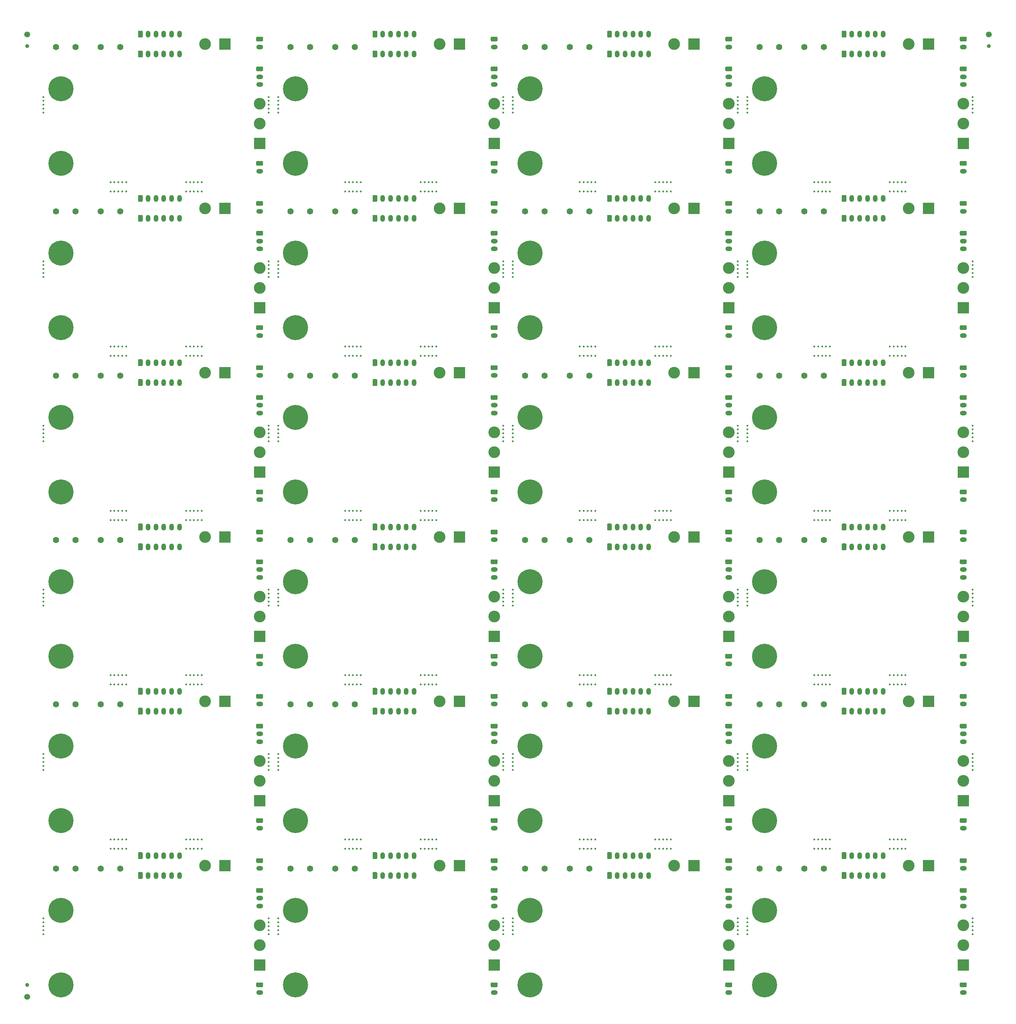
<source format=gbs>
G04 #@! TF.GenerationSoftware,KiCad,Pcbnew,5.1.12-84ad8e8a86~92~ubuntu20.04.1*
G04 #@! TF.CreationDate,2021-12-26T16:55:45+02:00*
G04 #@! TF.ProjectId,panel.opm-inline,70616e65-6c2e-46f7-906d-2d696e6c696e,rev?*
G04 #@! TF.SameCoordinates,Original*
G04 #@! TF.FileFunction,Soldermask,Bot*
G04 #@! TF.FilePolarity,Negative*
%FSLAX46Y46*%
G04 Gerber Fmt 4.6, Leading zero omitted, Abs format (unit mm)*
G04 Created by KiCad (PCBNEW 5.1.12-84ad8e8a86~92~ubuntu20.04.1) date 2021-12-26 16:55:45*
%MOMM*%
%LPD*%
G01*
G04 APERTURE LIST*
%ADD10C,0.500000*%
%ADD11C,1.000000*%
%ADD12C,1.500000*%
%ADD13R,3.000000X3.000000*%
%ADD14C,3.000000*%
%ADD15O,1.200000X1.750000*%
%ADD16C,1.600000*%
%ADD17C,6.400000*%
%ADD18O,1.750000X1.200000*%
G04 APERTURE END LIST*
D10*
G04 #@! TO.C,REF\u002A\u002A*
X241513000Y-240161000D03*
G04 #@! TD*
G04 #@! TO.C,REF\u002A\u002A*
X240513000Y-240161000D03*
G04 #@! TD*
G04 #@! TO.C,REF\u002A\u002A*
X239513000Y-240161000D03*
G04 #@! TD*
G04 #@! TO.C,REF\u002A\u002A*
X238513000Y-240161000D03*
G04 #@! TD*
G04 #@! TO.C,REF\u002A\u002A*
X237513000Y-240161000D03*
G04 #@! TD*
G04 #@! TO.C,REF\u002A\u002A*
X222197000Y-240161000D03*
G04 #@! TD*
G04 #@! TO.C,REF\u002A\u002A*
X221197000Y-240161000D03*
G04 #@! TD*
G04 #@! TO.C,REF\u002A\u002A*
X220197000Y-240161000D03*
G04 #@! TD*
G04 #@! TO.C,REF\u002A\u002A*
X219197000Y-240161000D03*
G04 #@! TD*
G04 #@! TO.C,REF\u002A\u002A*
X218197000Y-240161000D03*
G04 #@! TD*
G04 #@! TO.C,REF\u002A\u002A*
X258629000Y-261955000D03*
G04 #@! TD*
G04 #@! TO.C,REF\u002A\u002A*
X258629000Y-260955000D03*
G04 #@! TD*
G04 #@! TO.C,REF\u002A\u002A*
X258629000Y-259955000D03*
G04 #@! TD*
G04 #@! TO.C,REF\u002A\u002A*
X258629000Y-258955000D03*
G04 #@! TD*
G04 #@! TO.C,REF\u002A\u002A*
X258629000Y-257955000D03*
G04 #@! TD*
G04 #@! TO.C,REF\u002A\u002A*
X201081000Y-257955000D03*
G04 #@! TD*
G04 #@! TO.C,REF\u002A\u002A*
X201081000Y-258955000D03*
G04 #@! TD*
G04 #@! TO.C,REF\u002A\u002A*
X201081000Y-259955000D03*
G04 #@! TD*
G04 #@! TO.C,REF\u002A\u002A*
X201081000Y-260955000D03*
G04 #@! TD*
G04 #@! TO.C,REF\u002A\u002A*
X201081000Y-261955000D03*
G04 #@! TD*
G04 #@! TO.C,REF\u002A\u002A*
X181563000Y-240161000D03*
G04 #@! TD*
G04 #@! TO.C,REF\u002A\u002A*
X180563000Y-240161000D03*
G04 #@! TD*
G04 #@! TO.C,REF\u002A\u002A*
X179563000Y-240161000D03*
G04 #@! TD*
G04 #@! TO.C,REF\u002A\u002A*
X178563000Y-240161000D03*
G04 #@! TD*
G04 #@! TO.C,REF\u002A\u002A*
X177563000Y-240161000D03*
G04 #@! TD*
G04 #@! TO.C,REF\u002A\u002A*
X162247000Y-240161000D03*
G04 #@! TD*
G04 #@! TO.C,REF\u002A\u002A*
X161247000Y-240161000D03*
G04 #@! TD*
G04 #@! TO.C,REF\u002A\u002A*
X160247000Y-240161000D03*
G04 #@! TD*
G04 #@! TO.C,REF\u002A\u002A*
X159247000Y-240161000D03*
G04 #@! TD*
G04 #@! TO.C,REF\u002A\u002A*
X158247000Y-240161000D03*
G04 #@! TD*
G04 #@! TO.C,REF\u002A\u002A*
X198679000Y-261955000D03*
G04 #@! TD*
G04 #@! TO.C,REF\u002A\u002A*
X198679000Y-260955000D03*
G04 #@! TD*
G04 #@! TO.C,REF\u002A\u002A*
X198679000Y-259955000D03*
G04 #@! TD*
G04 #@! TO.C,REF\u002A\u002A*
X198679000Y-258955000D03*
G04 #@! TD*
G04 #@! TO.C,REF\u002A\u002A*
X198679000Y-257955000D03*
G04 #@! TD*
G04 #@! TO.C,REF\u002A\u002A*
X141131000Y-257955000D03*
G04 #@! TD*
G04 #@! TO.C,REF\u002A\u002A*
X141131000Y-258955000D03*
G04 #@! TD*
G04 #@! TO.C,REF\u002A\u002A*
X141131000Y-259955000D03*
G04 #@! TD*
G04 #@! TO.C,REF\u002A\u002A*
X141131000Y-260955000D03*
G04 #@! TD*
G04 #@! TO.C,REF\u002A\u002A*
X141131000Y-261955000D03*
G04 #@! TD*
G04 #@! TO.C,REF\u002A\u002A*
X121613000Y-240161000D03*
G04 #@! TD*
G04 #@! TO.C,REF\u002A\u002A*
X120613000Y-240161000D03*
G04 #@! TD*
G04 #@! TO.C,REF\u002A\u002A*
X119613000Y-240161000D03*
G04 #@! TD*
G04 #@! TO.C,REF\u002A\u002A*
X118613000Y-240161000D03*
G04 #@! TD*
G04 #@! TO.C,REF\u002A\u002A*
X117613000Y-240161000D03*
G04 #@! TD*
G04 #@! TO.C,REF\u002A\u002A*
X102297000Y-240161000D03*
G04 #@! TD*
G04 #@! TO.C,REF\u002A\u002A*
X101297000Y-240161000D03*
G04 #@! TD*
G04 #@! TO.C,REF\u002A\u002A*
X100297000Y-240161000D03*
G04 #@! TD*
G04 #@! TO.C,REF\u002A\u002A*
X99297000Y-240161000D03*
G04 #@! TD*
G04 #@! TO.C,REF\u002A\u002A*
X98297000Y-240161000D03*
G04 #@! TD*
G04 #@! TO.C,REF\u002A\u002A*
X138729000Y-261955000D03*
G04 #@! TD*
G04 #@! TO.C,REF\u002A\u002A*
X138729000Y-260955000D03*
G04 #@! TD*
G04 #@! TO.C,REF\u002A\u002A*
X138729000Y-259955000D03*
G04 #@! TD*
G04 #@! TO.C,REF\u002A\u002A*
X138729000Y-258955000D03*
G04 #@! TD*
G04 #@! TO.C,REF\u002A\u002A*
X138729000Y-257955000D03*
G04 #@! TD*
G04 #@! TO.C,REF\u002A\u002A*
X81181000Y-257955000D03*
G04 #@! TD*
G04 #@! TO.C,REF\u002A\u002A*
X81181000Y-258955000D03*
G04 #@! TD*
G04 #@! TO.C,REF\u002A\u002A*
X81181000Y-259955000D03*
G04 #@! TD*
G04 #@! TO.C,REF\u002A\u002A*
X81181000Y-260955000D03*
G04 #@! TD*
G04 #@! TO.C,REF\u002A\u002A*
X81181000Y-261955000D03*
G04 #@! TD*
G04 #@! TO.C,REF\u002A\u002A*
X61653000Y-240161000D03*
G04 #@! TD*
G04 #@! TO.C,REF\u002A\u002A*
X60653000Y-240161000D03*
G04 #@! TD*
G04 #@! TO.C,REF\u002A\u002A*
X59653000Y-240161000D03*
G04 #@! TD*
G04 #@! TO.C,REF\u002A\u002A*
X58653000Y-240161000D03*
G04 #@! TD*
G04 #@! TO.C,REF\u002A\u002A*
X57653000Y-240161000D03*
G04 #@! TD*
G04 #@! TO.C,REF\u002A\u002A*
X42337000Y-240161000D03*
G04 #@! TD*
G04 #@! TO.C,REF\u002A\u002A*
X41337000Y-240161000D03*
G04 #@! TD*
G04 #@! TO.C,REF\u002A\u002A*
X40337000Y-240161000D03*
G04 #@! TD*
G04 #@! TO.C,REF\u002A\u002A*
X39337000Y-240161000D03*
G04 #@! TD*
G04 #@! TO.C,REF\u002A\u002A*
X38337000Y-240161000D03*
G04 #@! TD*
G04 #@! TO.C,REF\u002A\u002A*
X78769000Y-261955000D03*
G04 #@! TD*
G04 #@! TO.C,REF\u002A\u002A*
X78769000Y-260955000D03*
G04 #@! TD*
G04 #@! TO.C,REF\u002A\u002A*
X78769000Y-259955000D03*
G04 #@! TD*
G04 #@! TO.C,REF\u002A\u002A*
X78769000Y-258955000D03*
G04 #@! TD*
G04 #@! TO.C,REF\u002A\u002A*
X78769000Y-257955000D03*
G04 #@! TD*
G04 #@! TO.C,REF\u002A\u002A*
X21221000Y-257955000D03*
G04 #@! TD*
G04 #@! TO.C,REF\u002A\u002A*
X21221000Y-258955000D03*
G04 #@! TD*
G04 #@! TO.C,REF\u002A\u002A*
X21221000Y-259955000D03*
G04 #@! TD*
G04 #@! TO.C,REF\u002A\u002A*
X21221000Y-260955000D03*
G04 #@! TD*
G04 #@! TO.C,REF\u002A\u002A*
X21221000Y-261955000D03*
G04 #@! TD*
G04 #@! TO.C,REF\u002A\u002A*
X237513000Y-237759000D03*
G04 #@! TD*
G04 #@! TO.C,REF\u002A\u002A*
X238513000Y-237759000D03*
G04 #@! TD*
G04 #@! TO.C,REF\u002A\u002A*
X239513000Y-237759000D03*
G04 #@! TD*
G04 #@! TO.C,REF\u002A\u002A*
X240513000Y-237759000D03*
G04 #@! TD*
G04 #@! TO.C,REF\u002A\u002A*
X241513000Y-237759000D03*
G04 #@! TD*
G04 #@! TO.C,REF\u002A\u002A*
X218197000Y-237759000D03*
G04 #@! TD*
G04 #@! TO.C,REF\u002A\u002A*
X219197000Y-237759000D03*
G04 #@! TD*
G04 #@! TO.C,REF\u002A\u002A*
X220197000Y-237759000D03*
G04 #@! TD*
G04 #@! TO.C,REF\u002A\u002A*
X221197000Y-237759000D03*
G04 #@! TD*
G04 #@! TO.C,REF\u002A\u002A*
X222197000Y-237759000D03*
G04 #@! TD*
G04 #@! TO.C,REF\u002A\u002A*
X241513000Y-198171000D03*
G04 #@! TD*
G04 #@! TO.C,REF\u002A\u002A*
X240513000Y-198171000D03*
G04 #@! TD*
G04 #@! TO.C,REF\u002A\u002A*
X239513000Y-198171000D03*
G04 #@! TD*
G04 #@! TO.C,REF\u002A\u002A*
X238513000Y-198171000D03*
G04 #@! TD*
G04 #@! TO.C,REF\u002A\u002A*
X237513000Y-198171000D03*
G04 #@! TD*
G04 #@! TO.C,REF\u002A\u002A*
X222197000Y-198171000D03*
G04 #@! TD*
G04 #@! TO.C,REF\u002A\u002A*
X221197000Y-198171000D03*
G04 #@! TD*
G04 #@! TO.C,REF\u002A\u002A*
X220197000Y-198171000D03*
G04 #@! TD*
G04 #@! TO.C,REF\u002A\u002A*
X219197000Y-198171000D03*
G04 #@! TD*
G04 #@! TO.C,REF\u002A\u002A*
X218197000Y-198171000D03*
G04 #@! TD*
G04 #@! TO.C,REF\u002A\u002A*
X258629000Y-219965000D03*
G04 #@! TD*
G04 #@! TO.C,REF\u002A\u002A*
X258629000Y-218965000D03*
G04 #@! TD*
G04 #@! TO.C,REF\u002A\u002A*
X258629000Y-217965000D03*
G04 #@! TD*
G04 #@! TO.C,REF\u002A\u002A*
X258629000Y-216965000D03*
G04 #@! TD*
G04 #@! TO.C,REF\u002A\u002A*
X258629000Y-215965000D03*
G04 #@! TD*
G04 #@! TO.C,REF\u002A\u002A*
X201081000Y-215965000D03*
G04 #@! TD*
G04 #@! TO.C,REF\u002A\u002A*
X201081000Y-216965000D03*
G04 #@! TD*
G04 #@! TO.C,REF\u002A\u002A*
X201081000Y-217965000D03*
G04 #@! TD*
G04 #@! TO.C,REF\u002A\u002A*
X201081000Y-218965000D03*
G04 #@! TD*
G04 #@! TO.C,REF\u002A\u002A*
X201081000Y-219965000D03*
G04 #@! TD*
G04 #@! TO.C,REF\u002A\u002A*
X177563000Y-237759000D03*
G04 #@! TD*
G04 #@! TO.C,REF\u002A\u002A*
X178563000Y-237759000D03*
G04 #@! TD*
G04 #@! TO.C,REF\u002A\u002A*
X179563000Y-237759000D03*
G04 #@! TD*
G04 #@! TO.C,REF\u002A\u002A*
X180563000Y-237759000D03*
G04 #@! TD*
G04 #@! TO.C,REF\u002A\u002A*
X181563000Y-237759000D03*
G04 #@! TD*
G04 #@! TO.C,REF\u002A\u002A*
X158247000Y-237759000D03*
G04 #@! TD*
G04 #@! TO.C,REF\u002A\u002A*
X159247000Y-237759000D03*
G04 #@! TD*
G04 #@! TO.C,REF\u002A\u002A*
X160247000Y-237759000D03*
G04 #@! TD*
G04 #@! TO.C,REF\u002A\u002A*
X161247000Y-237759000D03*
G04 #@! TD*
G04 #@! TO.C,REF\u002A\u002A*
X162247000Y-237759000D03*
G04 #@! TD*
G04 #@! TO.C,REF\u002A\u002A*
X181563000Y-198171000D03*
G04 #@! TD*
G04 #@! TO.C,REF\u002A\u002A*
X180563000Y-198171000D03*
G04 #@! TD*
G04 #@! TO.C,REF\u002A\u002A*
X179563000Y-198171000D03*
G04 #@! TD*
G04 #@! TO.C,REF\u002A\u002A*
X178563000Y-198171000D03*
G04 #@! TD*
G04 #@! TO.C,REF\u002A\u002A*
X177563000Y-198171000D03*
G04 #@! TD*
G04 #@! TO.C,REF\u002A\u002A*
X162247000Y-198171000D03*
G04 #@! TD*
G04 #@! TO.C,REF\u002A\u002A*
X161247000Y-198171000D03*
G04 #@! TD*
G04 #@! TO.C,REF\u002A\u002A*
X160247000Y-198171000D03*
G04 #@! TD*
G04 #@! TO.C,REF\u002A\u002A*
X159247000Y-198171000D03*
G04 #@! TD*
G04 #@! TO.C,REF\u002A\u002A*
X158247000Y-198171000D03*
G04 #@! TD*
G04 #@! TO.C,REF\u002A\u002A*
X198679000Y-219965000D03*
G04 #@! TD*
G04 #@! TO.C,REF\u002A\u002A*
X198679000Y-218965000D03*
G04 #@! TD*
G04 #@! TO.C,REF\u002A\u002A*
X198679000Y-217965000D03*
G04 #@! TD*
G04 #@! TO.C,REF\u002A\u002A*
X198679000Y-216965000D03*
G04 #@! TD*
G04 #@! TO.C,REF\u002A\u002A*
X198679000Y-215965000D03*
G04 #@! TD*
G04 #@! TO.C,REF\u002A\u002A*
X141131000Y-215965000D03*
G04 #@! TD*
G04 #@! TO.C,REF\u002A\u002A*
X141131000Y-216965000D03*
G04 #@! TD*
G04 #@! TO.C,REF\u002A\u002A*
X141131000Y-217965000D03*
G04 #@! TD*
G04 #@! TO.C,REF\u002A\u002A*
X141131000Y-218965000D03*
G04 #@! TD*
G04 #@! TO.C,REF\u002A\u002A*
X141131000Y-219965000D03*
G04 #@! TD*
G04 #@! TO.C,REF\u002A\u002A*
X117613000Y-237759000D03*
G04 #@! TD*
G04 #@! TO.C,REF\u002A\u002A*
X118613000Y-237759000D03*
G04 #@! TD*
G04 #@! TO.C,REF\u002A\u002A*
X119613000Y-237759000D03*
G04 #@! TD*
G04 #@! TO.C,REF\u002A\u002A*
X120613000Y-237759000D03*
G04 #@! TD*
G04 #@! TO.C,REF\u002A\u002A*
X121613000Y-237759000D03*
G04 #@! TD*
G04 #@! TO.C,REF\u002A\u002A*
X98297000Y-237759000D03*
G04 #@! TD*
G04 #@! TO.C,REF\u002A\u002A*
X99297000Y-237759000D03*
G04 #@! TD*
G04 #@! TO.C,REF\u002A\u002A*
X100297000Y-237759000D03*
G04 #@! TD*
G04 #@! TO.C,REF\u002A\u002A*
X101297000Y-237759000D03*
G04 #@! TD*
G04 #@! TO.C,REF\u002A\u002A*
X102297000Y-237759000D03*
G04 #@! TD*
G04 #@! TO.C,REF\u002A\u002A*
X121613000Y-198171000D03*
G04 #@! TD*
G04 #@! TO.C,REF\u002A\u002A*
X120613000Y-198171000D03*
G04 #@! TD*
G04 #@! TO.C,REF\u002A\u002A*
X119613000Y-198171000D03*
G04 #@! TD*
G04 #@! TO.C,REF\u002A\u002A*
X118613000Y-198171000D03*
G04 #@! TD*
G04 #@! TO.C,REF\u002A\u002A*
X117613000Y-198171000D03*
G04 #@! TD*
G04 #@! TO.C,REF\u002A\u002A*
X102297000Y-198171000D03*
G04 #@! TD*
G04 #@! TO.C,REF\u002A\u002A*
X101297000Y-198171000D03*
G04 #@! TD*
G04 #@! TO.C,REF\u002A\u002A*
X100297000Y-198171000D03*
G04 #@! TD*
G04 #@! TO.C,REF\u002A\u002A*
X99297000Y-198171000D03*
G04 #@! TD*
G04 #@! TO.C,REF\u002A\u002A*
X98297000Y-198171000D03*
G04 #@! TD*
G04 #@! TO.C,REF\u002A\u002A*
X138729000Y-219965000D03*
G04 #@! TD*
G04 #@! TO.C,REF\u002A\u002A*
X138729000Y-218965000D03*
G04 #@! TD*
G04 #@! TO.C,REF\u002A\u002A*
X138729000Y-217965000D03*
G04 #@! TD*
G04 #@! TO.C,REF\u002A\u002A*
X138729000Y-216965000D03*
G04 #@! TD*
G04 #@! TO.C,REF\u002A\u002A*
X138729000Y-215965000D03*
G04 #@! TD*
G04 #@! TO.C,REF\u002A\u002A*
X81181000Y-215965000D03*
G04 #@! TD*
G04 #@! TO.C,REF\u002A\u002A*
X81181000Y-216965000D03*
G04 #@! TD*
G04 #@! TO.C,REF\u002A\u002A*
X81181000Y-217965000D03*
G04 #@! TD*
G04 #@! TO.C,REF\u002A\u002A*
X81181000Y-218965000D03*
G04 #@! TD*
G04 #@! TO.C,REF\u002A\u002A*
X81181000Y-219965000D03*
G04 #@! TD*
G04 #@! TO.C,REF\u002A\u002A*
X57653000Y-237759000D03*
G04 #@! TD*
G04 #@! TO.C,REF\u002A\u002A*
X58653000Y-237759000D03*
G04 #@! TD*
G04 #@! TO.C,REF\u002A\u002A*
X59653000Y-237759000D03*
G04 #@! TD*
G04 #@! TO.C,REF\u002A\u002A*
X60653000Y-237759000D03*
G04 #@! TD*
G04 #@! TO.C,REF\u002A\u002A*
X61653000Y-237759000D03*
G04 #@! TD*
G04 #@! TO.C,REF\u002A\u002A*
X38337000Y-237759000D03*
G04 #@! TD*
G04 #@! TO.C,REF\u002A\u002A*
X39337000Y-237759000D03*
G04 #@! TD*
G04 #@! TO.C,REF\u002A\u002A*
X40337000Y-237759000D03*
G04 #@! TD*
G04 #@! TO.C,REF\u002A\u002A*
X41337000Y-237759000D03*
G04 #@! TD*
G04 #@! TO.C,REF\u002A\u002A*
X42337000Y-237759000D03*
G04 #@! TD*
G04 #@! TO.C,REF\u002A\u002A*
X61653000Y-198171000D03*
G04 #@! TD*
G04 #@! TO.C,REF\u002A\u002A*
X60653000Y-198171000D03*
G04 #@! TD*
G04 #@! TO.C,REF\u002A\u002A*
X59653000Y-198171000D03*
G04 #@! TD*
G04 #@! TO.C,REF\u002A\u002A*
X58653000Y-198171000D03*
G04 #@! TD*
G04 #@! TO.C,REF\u002A\u002A*
X57653000Y-198171000D03*
G04 #@! TD*
G04 #@! TO.C,REF\u002A\u002A*
X42337000Y-198171000D03*
G04 #@! TD*
G04 #@! TO.C,REF\u002A\u002A*
X41337000Y-198171000D03*
G04 #@! TD*
G04 #@! TO.C,REF\u002A\u002A*
X40337000Y-198171000D03*
G04 #@! TD*
G04 #@! TO.C,REF\u002A\u002A*
X39337000Y-198171000D03*
G04 #@! TD*
G04 #@! TO.C,REF\u002A\u002A*
X38337000Y-198171000D03*
G04 #@! TD*
G04 #@! TO.C,REF\u002A\u002A*
X78769000Y-219965000D03*
G04 #@! TD*
G04 #@! TO.C,REF\u002A\u002A*
X78769000Y-218965000D03*
G04 #@! TD*
G04 #@! TO.C,REF\u002A\u002A*
X78769000Y-217965000D03*
G04 #@! TD*
G04 #@! TO.C,REF\u002A\u002A*
X78769000Y-216965000D03*
G04 #@! TD*
G04 #@! TO.C,REF\u002A\u002A*
X78769000Y-215965000D03*
G04 #@! TD*
G04 #@! TO.C,REF\u002A\u002A*
X21221000Y-215965000D03*
G04 #@! TD*
G04 #@! TO.C,REF\u002A\u002A*
X21221000Y-216965000D03*
G04 #@! TD*
G04 #@! TO.C,REF\u002A\u002A*
X21221000Y-217965000D03*
G04 #@! TD*
G04 #@! TO.C,REF\u002A\u002A*
X21221000Y-218965000D03*
G04 #@! TD*
G04 #@! TO.C,REF\u002A\u002A*
X21221000Y-219965000D03*
G04 #@! TD*
G04 #@! TO.C,REF\u002A\u002A*
X237513000Y-195769000D03*
G04 #@! TD*
G04 #@! TO.C,REF\u002A\u002A*
X238513000Y-195769000D03*
G04 #@! TD*
G04 #@! TO.C,REF\u002A\u002A*
X239513000Y-195769000D03*
G04 #@! TD*
G04 #@! TO.C,REF\u002A\u002A*
X240513000Y-195769000D03*
G04 #@! TD*
G04 #@! TO.C,REF\u002A\u002A*
X241513000Y-195769000D03*
G04 #@! TD*
G04 #@! TO.C,REF\u002A\u002A*
X218197000Y-195769000D03*
G04 #@! TD*
G04 #@! TO.C,REF\u002A\u002A*
X219197000Y-195769000D03*
G04 #@! TD*
G04 #@! TO.C,REF\u002A\u002A*
X220197000Y-195769000D03*
G04 #@! TD*
G04 #@! TO.C,REF\u002A\u002A*
X221197000Y-195769000D03*
G04 #@! TD*
G04 #@! TO.C,REF\u002A\u002A*
X222197000Y-195769000D03*
G04 #@! TD*
G04 #@! TO.C,REF\u002A\u002A*
X241513000Y-156181000D03*
G04 #@! TD*
G04 #@! TO.C,REF\u002A\u002A*
X240513000Y-156181000D03*
G04 #@! TD*
G04 #@! TO.C,REF\u002A\u002A*
X239513000Y-156181000D03*
G04 #@! TD*
G04 #@! TO.C,REF\u002A\u002A*
X238513000Y-156181000D03*
G04 #@! TD*
G04 #@! TO.C,REF\u002A\u002A*
X237513000Y-156181000D03*
G04 #@! TD*
G04 #@! TO.C,REF\u002A\u002A*
X222197000Y-156181000D03*
G04 #@! TD*
G04 #@! TO.C,REF\u002A\u002A*
X221197000Y-156181000D03*
G04 #@! TD*
G04 #@! TO.C,REF\u002A\u002A*
X220197000Y-156181000D03*
G04 #@! TD*
G04 #@! TO.C,REF\u002A\u002A*
X219197000Y-156181000D03*
G04 #@! TD*
G04 #@! TO.C,REF\u002A\u002A*
X218197000Y-156181000D03*
G04 #@! TD*
G04 #@! TO.C,REF\u002A\u002A*
X258629000Y-177975000D03*
G04 #@! TD*
G04 #@! TO.C,REF\u002A\u002A*
X258629000Y-176975000D03*
G04 #@! TD*
G04 #@! TO.C,REF\u002A\u002A*
X258629000Y-175975000D03*
G04 #@! TD*
G04 #@! TO.C,REF\u002A\u002A*
X258629000Y-174975000D03*
G04 #@! TD*
G04 #@! TO.C,REF\u002A\u002A*
X258629000Y-173975000D03*
G04 #@! TD*
G04 #@! TO.C,REF\u002A\u002A*
X201081000Y-173975000D03*
G04 #@! TD*
G04 #@! TO.C,REF\u002A\u002A*
X201081000Y-174975000D03*
G04 #@! TD*
G04 #@! TO.C,REF\u002A\u002A*
X201081000Y-175975000D03*
G04 #@! TD*
G04 #@! TO.C,REF\u002A\u002A*
X201081000Y-176975000D03*
G04 #@! TD*
G04 #@! TO.C,REF\u002A\u002A*
X201081000Y-177975000D03*
G04 #@! TD*
G04 #@! TO.C,REF\u002A\u002A*
X177563000Y-195769000D03*
G04 #@! TD*
G04 #@! TO.C,REF\u002A\u002A*
X178563000Y-195769000D03*
G04 #@! TD*
G04 #@! TO.C,REF\u002A\u002A*
X179563000Y-195769000D03*
G04 #@! TD*
G04 #@! TO.C,REF\u002A\u002A*
X180563000Y-195769000D03*
G04 #@! TD*
G04 #@! TO.C,REF\u002A\u002A*
X181563000Y-195769000D03*
G04 #@! TD*
G04 #@! TO.C,REF\u002A\u002A*
X158247000Y-195769000D03*
G04 #@! TD*
G04 #@! TO.C,REF\u002A\u002A*
X159247000Y-195769000D03*
G04 #@! TD*
G04 #@! TO.C,REF\u002A\u002A*
X160247000Y-195769000D03*
G04 #@! TD*
G04 #@! TO.C,REF\u002A\u002A*
X161247000Y-195769000D03*
G04 #@! TD*
G04 #@! TO.C,REF\u002A\u002A*
X162247000Y-195769000D03*
G04 #@! TD*
G04 #@! TO.C,REF\u002A\u002A*
X181563000Y-156181000D03*
G04 #@! TD*
G04 #@! TO.C,REF\u002A\u002A*
X180563000Y-156181000D03*
G04 #@! TD*
G04 #@! TO.C,REF\u002A\u002A*
X179563000Y-156181000D03*
G04 #@! TD*
G04 #@! TO.C,REF\u002A\u002A*
X178563000Y-156181000D03*
G04 #@! TD*
G04 #@! TO.C,REF\u002A\u002A*
X177563000Y-156181000D03*
G04 #@! TD*
G04 #@! TO.C,REF\u002A\u002A*
X162247000Y-156181000D03*
G04 #@! TD*
G04 #@! TO.C,REF\u002A\u002A*
X161247000Y-156181000D03*
G04 #@! TD*
G04 #@! TO.C,REF\u002A\u002A*
X160247000Y-156181000D03*
G04 #@! TD*
G04 #@! TO.C,REF\u002A\u002A*
X159247000Y-156181000D03*
G04 #@! TD*
G04 #@! TO.C,REF\u002A\u002A*
X158247000Y-156181000D03*
G04 #@! TD*
G04 #@! TO.C,REF\u002A\u002A*
X198679000Y-177975000D03*
G04 #@! TD*
G04 #@! TO.C,REF\u002A\u002A*
X198679000Y-176975000D03*
G04 #@! TD*
G04 #@! TO.C,REF\u002A\u002A*
X198679000Y-175975000D03*
G04 #@! TD*
G04 #@! TO.C,REF\u002A\u002A*
X198679000Y-174975000D03*
G04 #@! TD*
G04 #@! TO.C,REF\u002A\u002A*
X198679000Y-173975000D03*
G04 #@! TD*
G04 #@! TO.C,REF\u002A\u002A*
X141131000Y-173975000D03*
G04 #@! TD*
G04 #@! TO.C,REF\u002A\u002A*
X141131000Y-174975000D03*
G04 #@! TD*
G04 #@! TO.C,REF\u002A\u002A*
X141131000Y-175975000D03*
G04 #@! TD*
G04 #@! TO.C,REF\u002A\u002A*
X141131000Y-176975000D03*
G04 #@! TD*
G04 #@! TO.C,REF\u002A\u002A*
X141131000Y-177975000D03*
G04 #@! TD*
G04 #@! TO.C,REF\u002A\u002A*
X117613000Y-195769000D03*
G04 #@! TD*
G04 #@! TO.C,REF\u002A\u002A*
X118613000Y-195769000D03*
G04 #@! TD*
G04 #@! TO.C,REF\u002A\u002A*
X119613000Y-195769000D03*
G04 #@! TD*
G04 #@! TO.C,REF\u002A\u002A*
X120613000Y-195769000D03*
G04 #@! TD*
G04 #@! TO.C,REF\u002A\u002A*
X121613000Y-195769000D03*
G04 #@! TD*
G04 #@! TO.C,REF\u002A\u002A*
X98297000Y-195769000D03*
G04 #@! TD*
G04 #@! TO.C,REF\u002A\u002A*
X99297000Y-195769000D03*
G04 #@! TD*
G04 #@! TO.C,REF\u002A\u002A*
X100297000Y-195769000D03*
G04 #@! TD*
G04 #@! TO.C,REF\u002A\u002A*
X101297000Y-195769000D03*
G04 #@! TD*
G04 #@! TO.C,REF\u002A\u002A*
X102297000Y-195769000D03*
G04 #@! TD*
G04 #@! TO.C,REF\u002A\u002A*
X121613000Y-156181000D03*
G04 #@! TD*
G04 #@! TO.C,REF\u002A\u002A*
X120613000Y-156181000D03*
G04 #@! TD*
G04 #@! TO.C,REF\u002A\u002A*
X119613000Y-156181000D03*
G04 #@! TD*
G04 #@! TO.C,REF\u002A\u002A*
X118613000Y-156181000D03*
G04 #@! TD*
G04 #@! TO.C,REF\u002A\u002A*
X117613000Y-156181000D03*
G04 #@! TD*
G04 #@! TO.C,REF\u002A\u002A*
X102297000Y-156181000D03*
G04 #@! TD*
G04 #@! TO.C,REF\u002A\u002A*
X101297000Y-156181000D03*
G04 #@! TD*
G04 #@! TO.C,REF\u002A\u002A*
X100297000Y-156181000D03*
G04 #@! TD*
G04 #@! TO.C,REF\u002A\u002A*
X99297000Y-156181000D03*
G04 #@! TD*
G04 #@! TO.C,REF\u002A\u002A*
X98297000Y-156181000D03*
G04 #@! TD*
G04 #@! TO.C,REF\u002A\u002A*
X138729000Y-177975000D03*
G04 #@! TD*
G04 #@! TO.C,REF\u002A\u002A*
X138729000Y-176975000D03*
G04 #@! TD*
G04 #@! TO.C,REF\u002A\u002A*
X138729000Y-175975000D03*
G04 #@! TD*
G04 #@! TO.C,REF\u002A\u002A*
X138729000Y-174975000D03*
G04 #@! TD*
G04 #@! TO.C,REF\u002A\u002A*
X138729000Y-173975000D03*
G04 #@! TD*
G04 #@! TO.C,REF\u002A\u002A*
X81181000Y-173975000D03*
G04 #@! TD*
G04 #@! TO.C,REF\u002A\u002A*
X81181000Y-174975000D03*
G04 #@! TD*
G04 #@! TO.C,REF\u002A\u002A*
X81181000Y-175975000D03*
G04 #@! TD*
G04 #@! TO.C,REF\u002A\u002A*
X81181000Y-176975000D03*
G04 #@! TD*
G04 #@! TO.C,REF\u002A\u002A*
X81181000Y-177975000D03*
G04 #@! TD*
G04 #@! TO.C,REF\u002A\u002A*
X57653000Y-195769000D03*
G04 #@! TD*
G04 #@! TO.C,REF\u002A\u002A*
X58653000Y-195769000D03*
G04 #@! TD*
G04 #@! TO.C,REF\u002A\u002A*
X59653000Y-195769000D03*
G04 #@! TD*
G04 #@! TO.C,REF\u002A\u002A*
X60653000Y-195769000D03*
G04 #@! TD*
G04 #@! TO.C,REF\u002A\u002A*
X61653000Y-195769000D03*
G04 #@! TD*
G04 #@! TO.C,REF\u002A\u002A*
X38337000Y-195769000D03*
G04 #@! TD*
G04 #@! TO.C,REF\u002A\u002A*
X39337000Y-195769000D03*
G04 #@! TD*
G04 #@! TO.C,REF\u002A\u002A*
X40337000Y-195769000D03*
G04 #@! TD*
G04 #@! TO.C,REF\u002A\u002A*
X41337000Y-195769000D03*
G04 #@! TD*
G04 #@! TO.C,REF\u002A\u002A*
X42337000Y-195769000D03*
G04 #@! TD*
G04 #@! TO.C,REF\u002A\u002A*
X61653000Y-156181000D03*
G04 #@! TD*
G04 #@! TO.C,REF\u002A\u002A*
X60653000Y-156181000D03*
G04 #@! TD*
G04 #@! TO.C,REF\u002A\u002A*
X59653000Y-156181000D03*
G04 #@! TD*
G04 #@! TO.C,REF\u002A\u002A*
X58653000Y-156181000D03*
G04 #@! TD*
G04 #@! TO.C,REF\u002A\u002A*
X57653000Y-156181000D03*
G04 #@! TD*
G04 #@! TO.C,REF\u002A\u002A*
X42337000Y-156181000D03*
G04 #@! TD*
G04 #@! TO.C,REF\u002A\u002A*
X41337000Y-156181000D03*
G04 #@! TD*
G04 #@! TO.C,REF\u002A\u002A*
X40337000Y-156181000D03*
G04 #@! TD*
G04 #@! TO.C,REF\u002A\u002A*
X39337000Y-156181000D03*
G04 #@! TD*
G04 #@! TO.C,REF\u002A\u002A*
X38337000Y-156181000D03*
G04 #@! TD*
G04 #@! TO.C,REF\u002A\u002A*
X78769000Y-177975000D03*
G04 #@! TD*
G04 #@! TO.C,REF\u002A\u002A*
X78769000Y-176975000D03*
G04 #@! TD*
G04 #@! TO.C,REF\u002A\u002A*
X78769000Y-175975000D03*
G04 #@! TD*
G04 #@! TO.C,REF\u002A\u002A*
X78769000Y-174975000D03*
G04 #@! TD*
G04 #@! TO.C,REF\u002A\u002A*
X78769000Y-173975000D03*
G04 #@! TD*
G04 #@! TO.C,REF\u002A\u002A*
X21221000Y-173975000D03*
G04 #@! TD*
G04 #@! TO.C,REF\u002A\u002A*
X21221000Y-174975000D03*
G04 #@! TD*
G04 #@! TO.C,REF\u002A\u002A*
X21221000Y-175975000D03*
G04 #@! TD*
G04 #@! TO.C,REF\u002A\u002A*
X21221000Y-176975000D03*
G04 #@! TD*
G04 #@! TO.C,REF\u002A\u002A*
X21221000Y-177975000D03*
G04 #@! TD*
G04 #@! TO.C,REF\u002A\u002A*
X237513000Y-153779000D03*
G04 #@! TD*
G04 #@! TO.C,REF\u002A\u002A*
X238513000Y-153779000D03*
G04 #@! TD*
G04 #@! TO.C,REF\u002A\u002A*
X239513000Y-153779000D03*
G04 #@! TD*
G04 #@! TO.C,REF\u002A\u002A*
X240513000Y-153779000D03*
G04 #@! TD*
G04 #@! TO.C,REF\u002A\u002A*
X241513000Y-153779000D03*
G04 #@! TD*
G04 #@! TO.C,REF\u002A\u002A*
X218197000Y-153779000D03*
G04 #@! TD*
G04 #@! TO.C,REF\u002A\u002A*
X219197000Y-153779000D03*
G04 #@! TD*
G04 #@! TO.C,REF\u002A\u002A*
X220197000Y-153779000D03*
G04 #@! TD*
G04 #@! TO.C,REF\u002A\u002A*
X221197000Y-153779000D03*
G04 #@! TD*
G04 #@! TO.C,REF\u002A\u002A*
X222197000Y-153779000D03*
G04 #@! TD*
G04 #@! TO.C,REF\u002A\u002A*
X241513000Y-114191000D03*
G04 #@! TD*
G04 #@! TO.C,REF\u002A\u002A*
X240513000Y-114191000D03*
G04 #@! TD*
G04 #@! TO.C,REF\u002A\u002A*
X239513000Y-114191000D03*
G04 #@! TD*
G04 #@! TO.C,REF\u002A\u002A*
X238513000Y-114191000D03*
G04 #@! TD*
G04 #@! TO.C,REF\u002A\u002A*
X237513000Y-114191000D03*
G04 #@! TD*
G04 #@! TO.C,REF\u002A\u002A*
X222197000Y-114191000D03*
G04 #@! TD*
G04 #@! TO.C,REF\u002A\u002A*
X221197000Y-114191000D03*
G04 #@! TD*
G04 #@! TO.C,REF\u002A\u002A*
X220197000Y-114191000D03*
G04 #@! TD*
G04 #@! TO.C,REF\u002A\u002A*
X219197000Y-114191000D03*
G04 #@! TD*
G04 #@! TO.C,REF\u002A\u002A*
X218197000Y-114191000D03*
G04 #@! TD*
G04 #@! TO.C,REF\u002A\u002A*
X258629000Y-135985000D03*
G04 #@! TD*
G04 #@! TO.C,REF\u002A\u002A*
X258629000Y-134985000D03*
G04 #@! TD*
G04 #@! TO.C,REF\u002A\u002A*
X258629000Y-133985000D03*
G04 #@! TD*
G04 #@! TO.C,REF\u002A\u002A*
X258629000Y-132985000D03*
G04 #@! TD*
G04 #@! TO.C,REF\u002A\u002A*
X258629000Y-131985000D03*
G04 #@! TD*
G04 #@! TO.C,REF\u002A\u002A*
X201081000Y-131985000D03*
G04 #@! TD*
G04 #@! TO.C,REF\u002A\u002A*
X201081000Y-132985000D03*
G04 #@! TD*
G04 #@! TO.C,REF\u002A\u002A*
X201081000Y-133985000D03*
G04 #@! TD*
G04 #@! TO.C,REF\u002A\u002A*
X201081000Y-134985000D03*
G04 #@! TD*
G04 #@! TO.C,REF\u002A\u002A*
X201081000Y-135985000D03*
G04 #@! TD*
G04 #@! TO.C,REF\u002A\u002A*
X177563000Y-153779000D03*
G04 #@! TD*
G04 #@! TO.C,REF\u002A\u002A*
X178563000Y-153779000D03*
G04 #@! TD*
G04 #@! TO.C,REF\u002A\u002A*
X179563000Y-153779000D03*
G04 #@! TD*
G04 #@! TO.C,REF\u002A\u002A*
X180563000Y-153779000D03*
G04 #@! TD*
G04 #@! TO.C,REF\u002A\u002A*
X181563000Y-153779000D03*
G04 #@! TD*
G04 #@! TO.C,REF\u002A\u002A*
X158247000Y-153779000D03*
G04 #@! TD*
G04 #@! TO.C,REF\u002A\u002A*
X159247000Y-153779000D03*
G04 #@! TD*
G04 #@! TO.C,REF\u002A\u002A*
X160247000Y-153779000D03*
G04 #@! TD*
G04 #@! TO.C,REF\u002A\u002A*
X161247000Y-153779000D03*
G04 #@! TD*
G04 #@! TO.C,REF\u002A\u002A*
X162247000Y-153779000D03*
G04 #@! TD*
G04 #@! TO.C,REF\u002A\u002A*
X181563000Y-114191000D03*
G04 #@! TD*
G04 #@! TO.C,REF\u002A\u002A*
X180563000Y-114191000D03*
G04 #@! TD*
G04 #@! TO.C,REF\u002A\u002A*
X179563000Y-114191000D03*
G04 #@! TD*
G04 #@! TO.C,REF\u002A\u002A*
X178563000Y-114191000D03*
G04 #@! TD*
G04 #@! TO.C,REF\u002A\u002A*
X177563000Y-114191000D03*
G04 #@! TD*
G04 #@! TO.C,REF\u002A\u002A*
X162247000Y-114191000D03*
G04 #@! TD*
G04 #@! TO.C,REF\u002A\u002A*
X161247000Y-114191000D03*
G04 #@! TD*
G04 #@! TO.C,REF\u002A\u002A*
X160247000Y-114191000D03*
G04 #@! TD*
G04 #@! TO.C,REF\u002A\u002A*
X159247000Y-114191000D03*
G04 #@! TD*
G04 #@! TO.C,REF\u002A\u002A*
X158247000Y-114191000D03*
G04 #@! TD*
G04 #@! TO.C,REF\u002A\u002A*
X198679000Y-135985000D03*
G04 #@! TD*
G04 #@! TO.C,REF\u002A\u002A*
X198679000Y-134985000D03*
G04 #@! TD*
G04 #@! TO.C,REF\u002A\u002A*
X198679000Y-133985000D03*
G04 #@! TD*
G04 #@! TO.C,REF\u002A\u002A*
X198679000Y-132985000D03*
G04 #@! TD*
G04 #@! TO.C,REF\u002A\u002A*
X198679000Y-131985000D03*
G04 #@! TD*
G04 #@! TO.C,REF\u002A\u002A*
X141131000Y-131985000D03*
G04 #@! TD*
G04 #@! TO.C,REF\u002A\u002A*
X141131000Y-132985000D03*
G04 #@! TD*
G04 #@! TO.C,REF\u002A\u002A*
X141131000Y-133985000D03*
G04 #@! TD*
G04 #@! TO.C,REF\u002A\u002A*
X141131000Y-134985000D03*
G04 #@! TD*
G04 #@! TO.C,REF\u002A\u002A*
X141131000Y-135985000D03*
G04 #@! TD*
G04 #@! TO.C,REF\u002A\u002A*
X117613000Y-153779000D03*
G04 #@! TD*
G04 #@! TO.C,REF\u002A\u002A*
X118613000Y-153779000D03*
G04 #@! TD*
G04 #@! TO.C,REF\u002A\u002A*
X119613000Y-153779000D03*
G04 #@! TD*
G04 #@! TO.C,REF\u002A\u002A*
X120613000Y-153779000D03*
G04 #@! TD*
G04 #@! TO.C,REF\u002A\u002A*
X121613000Y-153779000D03*
G04 #@! TD*
G04 #@! TO.C,REF\u002A\u002A*
X98297000Y-153779000D03*
G04 #@! TD*
G04 #@! TO.C,REF\u002A\u002A*
X99297000Y-153779000D03*
G04 #@! TD*
G04 #@! TO.C,REF\u002A\u002A*
X100297000Y-153779000D03*
G04 #@! TD*
G04 #@! TO.C,REF\u002A\u002A*
X101297000Y-153779000D03*
G04 #@! TD*
G04 #@! TO.C,REF\u002A\u002A*
X102297000Y-153779000D03*
G04 #@! TD*
G04 #@! TO.C,REF\u002A\u002A*
X121613000Y-114191000D03*
G04 #@! TD*
G04 #@! TO.C,REF\u002A\u002A*
X120613000Y-114191000D03*
G04 #@! TD*
G04 #@! TO.C,REF\u002A\u002A*
X119613000Y-114191000D03*
G04 #@! TD*
G04 #@! TO.C,REF\u002A\u002A*
X118613000Y-114191000D03*
G04 #@! TD*
G04 #@! TO.C,REF\u002A\u002A*
X117613000Y-114191000D03*
G04 #@! TD*
G04 #@! TO.C,REF\u002A\u002A*
X102297000Y-114191000D03*
G04 #@! TD*
G04 #@! TO.C,REF\u002A\u002A*
X101297000Y-114191000D03*
G04 #@! TD*
G04 #@! TO.C,REF\u002A\u002A*
X100297000Y-114191000D03*
G04 #@! TD*
G04 #@! TO.C,REF\u002A\u002A*
X99297000Y-114191000D03*
G04 #@! TD*
G04 #@! TO.C,REF\u002A\u002A*
X98297000Y-114191000D03*
G04 #@! TD*
G04 #@! TO.C,REF\u002A\u002A*
X138729000Y-135985000D03*
G04 #@! TD*
G04 #@! TO.C,REF\u002A\u002A*
X138729000Y-134985000D03*
G04 #@! TD*
G04 #@! TO.C,REF\u002A\u002A*
X138729000Y-133985000D03*
G04 #@! TD*
G04 #@! TO.C,REF\u002A\u002A*
X138729000Y-132985000D03*
G04 #@! TD*
G04 #@! TO.C,REF\u002A\u002A*
X138729000Y-131985000D03*
G04 #@! TD*
G04 #@! TO.C,REF\u002A\u002A*
X81181000Y-131985000D03*
G04 #@! TD*
G04 #@! TO.C,REF\u002A\u002A*
X81181000Y-132985000D03*
G04 #@! TD*
G04 #@! TO.C,REF\u002A\u002A*
X81181000Y-133985000D03*
G04 #@! TD*
G04 #@! TO.C,REF\u002A\u002A*
X81181000Y-134985000D03*
G04 #@! TD*
G04 #@! TO.C,REF\u002A\u002A*
X81181000Y-135985000D03*
G04 #@! TD*
G04 #@! TO.C,REF\u002A\u002A*
X57653000Y-153779000D03*
G04 #@! TD*
G04 #@! TO.C,REF\u002A\u002A*
X58653000Y-153779000D03*
G04 #@! TD*
G04 #@! TO.C,REF\u002A\u002A*
X59653000Y-153779000D03*
G04 #@! TD*
G04 #@! TO.C,REF\u002A\u002A*
X60653000Y-153779000D03*
G04 #@! TD*
G04 #@! TO.C,REF\u002A\u002A*
X61653000Y-153779000D03*
G04 #@! TD*
G04 #@! TO.C,REF\u002A\u002A*
X38337000Y-153779000D03*
G04 #@! TD*
G04 #@! TO.C,REF\u002A\u002A*
X39337000Y-153779000D03*
G04 #@! TD*
G04 #@! TO.C,REF\u002A\u002A*
X40337000Y-153779000D03*
G04 #@! TD*
G04 #@! TO.C,REF\u002A\u002A*
X41337000Y-153779000D03*
G04 #@! TD*
G04 #@! TO.C,REF\u002A\u002A*
X42337000Y-153779000D03*
G04 #@! TD*
G04 #@! TO.C,REF\u002A\u002A*
X61653000Y-114191000D03*
G04 #@! TD*
G04 #@! TO.C,REF\u002A\u002A*
X60653000Y-114191000D03*
G04 #@! TD*
G04 #@! TO.C,REF\u002A\u002A*
X59653000Y-114191000D03*
G04 #@! TD*
G04 #@! TO.C,REF\u002A\u002A*
X58653000Y-114191000D03*
G04 #@! TD*
G04 #@! TO.C,REF\u002A\u002A*
X57653000Y-114191000D03*
G04 #@! TD*
G04 #@! TO.C,REF\u002A\u002A*
X42337000Y-114191000D03*
G04 #@! TD*
G04 #@! TO.C,REF\u002A\u002A*
X41337000Y-114191000D03*
G04 #@! TD*
G04 #@! TO.C,REF\u002A\u002A*
X40337000Y-114191000D03*
G04 #@! TD*
G04 #@! TO.C,REF\u002A\u002A*
X39337000Y-114191000D03*
G04 #@! TD*
G04 #@! TO.C,REF\u002A\u002A*
X38337000Y-114191000D03*
G04 #@! TD*
G04 #@! TO.C,REF\u002A\u002A*
X78769000Y-135985000D03*
G04 #@! TD*
G04 #@! TO.C,REF\u002A\u002A*
X78769000Y-134985000D03*
G04 #@! TD*
G04 #@! TO.C,REF\u002A\u002A*
X78769000Y-133985000D03*
G04 #@! TD*
G04 #@! TO.C,REF\u002A\u002A*
X78769000Y-132985000D03*
G04 #@! TD*
G04 #@! TO.C,REF\u002A\u002A*
X78769000Y-131985000D03*
G04 #@! TD*
G04 #@! TO.C,REF\u002A\u002A*
X21221000Y-131985000D03*
G04 #@! TD*
G04 #@! TO.C,REF\u002A\u002A*
X21221000Y-132985000D03*
G04 #@! TD*
G04 #@! TO.C,REF\u002A\u002A*
X21221000Y-133985000D03*
G04 #@! TD*
G04 #@! TO.C,REF\u002A\u002A*
X21221000Y-134985000D03*
G04 #@! TD*
G04 #@! TO.C,REF\u002A\u002A*
X21221000Y-135985000D03*
G04 #@! TD*
G04 #@! TO.C,REF\u002A\u002A*
X237513000Y-111789000D03*
G04 #@! TD*
G04 #@! TO.C,REF\u002A\u002A*
X238513000Y-111789000D03*
G04 #@! TD*
G04 #@! TO.C,REF\u002A\u002A*
X239513000Y-111789000D03*
G04 #@! TD*
G04 #@! TO.C,REF\u002A\u002A*
X240513000Y-111789000D03*
G04 #@! TD*
G04 #@! TO.C,REF\u002A\u002A*
X241513000Y-111789000D03*
G04 #@! TD*
G04 #@! TO.C,REF\u002A\u002A*
X218197000Y-111789000D03*
G04 #@! TD*
G04 #@! TO.C,REF\u002A\u002A*
X219197000Y-111789000D03*
G04 #@! TD*
G04 #@! TO.C,REF\u002A\u002A*
X220197000Y-111789000D03*
G04 #@! TD*
G04 #@! TO.C,REF\u002A\u002A*
X221197000Y-111789000D03*
G04 #@! TD*
G04 #@! TO.C,REF\u002A\u002A*
X222197000Y-111789000D03*
G04 #@! TD*
G04 #@! TO.C,REF\u002A\u002A*
X241513000Y-72201000D03*
G04 #@! TD*
G04 #@! TO.C,REF\u002A\u002A*
X240513000Y-72201000D03*
G04 #@! TD*
G04 #@! TO.C,REF\u002A\u002A*
X239513000Y-72201000D03*
G04 #@! TD*
G04 #@! TO.C,REF\u002A\u002A*
X238513000Y-72201000D03*
G04 #@! TD*
G04 #@! TO.C,REF\u002A\u002A*
X237513000Y-72201000D03*
G04 #@! TD*
G04 #@! TO.C,REF\u002A\u002A*
X222197000Y-72201000D03*
G04 #@! TD*
G04 #@! TO.C,REF\u002A\u002A*
X221197000Y-72201000D03*
G04 #@! TD*
G04 #@! TO.C,REF\u002A\u002A*
X220197000Y-72201000D03*
G04 #@! TD*
G04 #@! TO.C,REF\u002A\u002A*
X219197000Y-72201000D03*
G04 #@! TD*
G04 #@! TO.C,REF\u002A\u002A*
X218197000Y-72201000D03*
G04 #@! TD*
G04 #@! TO.C,REF\u002A\u002A*
X258629000Y-93995000D03*
G04 #@! TD*
G04 #@! TO.C,REF\u002A\u002A*
X258629000Y-92995000D03*
G04 #@! TD*
G04 #@! TO.C,REF\u002A\u002A*
X258629000Y-91995000D03*
G04 #@! TD*
G04 #@! TO.C,REF\u002A\u002A*
X258629000Y-90995000D03*
G04 #@! TD*
G04 #@! TO.C,REF\u002A\u002A*
X258629000Y-89995000D03*
G04 #@! TD*
G04 #@! TO.C,REF\u002A\u002A*
X201081000Y-89995000D03*
G04 #@! TD*
G04 #@! TO.C,REF\u002A\u002A*
X201081000Y-90995000D03*
G04 #@! TD*
G04 #@! TO.C,REF\u002A\u002A*
X201081000Y-91995000D03*
G04 #@! TD*
G04 #@! TO.C,REF\u002A\u002A*
X201081000Y-92995000D03*
G04 #@! TD*
G04 #@! TO.C,REF\u002A\u002A*
X201081000Y-93995000D03*
G04 #@! TD*
G04 #@! TO.C,REF\u002A\u002A*
X177563000Y-111789000D03*
G04 #@! TD*
G04 #@! TO.C,REF\u002A\u002A*
X178563000Y-111789000D03*
G04 #@! TD*
G04 #@! TO.C,REF\u002A\u002A*
X179563000Y-111789000D03*
G04 #@! TD*
G04 #@! TO.C,REF\u002A\u002A*
X180563000Y-111789000D03*
G04 #@! TD*
G04 #@! TO.C,REF\u002A\u002A*
X181563000Y-111789000D03*
G04 #@! TD*
G04 #@! TO.C,REF\u002A\u002A*
X158247000Y-111789000D03*
G04 #@! TD*
G04 #@! TO.C,REF\u002A\u002A*
X159247000Y-111789000D03*
G04 #@! TD*
G04 #@! TO.C,REF\u002A\u002A*
X160247000Y-111789000D03*
G04 #@! TD*
G04 #@! TO.C,REF\u002A\u002A*
X161247000Y-111789000D03*
G04 #@! TD*
G04 #@! TO.C,REF\u002A\u002A*
X162247000Y-111789000D03*
G04 #@! TD*
G04 #@! TO.C,REF\u002A\u002A*
X181563000Y-72201000D03*
G04 #@! TD*
G04 #@! TO.C,REF\u002A\u002A*
X180563000Y-72201000D03*
G04 #@! TD*
G04 #@! TO.C,REF\u002A\u002A*
X179563000Y-72201000D03*
G04 #@! TD*
G04 #@! TO.C,REF\u002A\u002A*
X178563000Y-72201000D03*
G04 #@! TD*
G04 #@! TO.C,REF\u002A\u002A*
X177563000Y-72201000D03*
G04 #@! TD*
G04 #@! TO.C,REF\u002A\u002A*
X162247000Y-72201000D03*
G04 #@! TD*
G04 #@! TO.C,REF\u002A\u002A*
X161247000Y-72201000D03*
G04 #@! TD*
G04 #@! TO.C,REF\u002A\u002A*
X160247000Y-72201000D03*
G04 #@! TD*
G04 #@! TO.C,REF\u002A\u002A*
X159247000Y-72201000D03*
G04 #@! TD*
G04 #@! TO.C,REF\u002A\u002A*
X158247000Y-72201000D03*
G04 #@! TD*
G04 #@! TO.C,REF\u002A\u002A*
X198679000Y-93995000D03*
G04 #@! TD*
G04 #@! TO.C,REF\u002A\u002A*
X198679000Y-92995000D03*
G04 #@! TD*
G04 #@! TO.C,REF\u002A\u002A*
X198679000Y-91995000D03*
G04 #@! TD*
G04 #@! TO.C,REF\u002A\u002A*
X198679000Y-90995000D03*
G04 #@! TD*
G04 #@! TO.C,REF\u002A\u002A*
X198679000Y-89995000D03*
G04 #@! TD*
G04 #@! TO.C,REF\u002A\u002A*
X141131000Y-89995000D03*
G04 #@! TD*
G04 #@! TO.C,REF\u002A\u002A*
X141131000Y-90995000D03*
G04 #@! TD*
G04 #@! TO.C,REF\u002A\u002A*
X141131000Y-91995000D03*
G04 #@! TD*
G04 #@! TO.C,REF\u002A\u002A*
X141131000Y-92995000D03*
G04 #@! TD*
G04 #@! TO.C,REF\u002A\u002A*
X141131000Y-93995000D03*
G04 #@! TD*
G04 #@! TO.C,REF\u002A\u002A*
X117613000Y-111789000D03*
G04 #@! TD*
G04 #@! TO.C,REF\u002A\u002A*
X118613000Y-111789000D03*
G04 #@! TD*
G04 #@! TO.C,REF\u002A\u002A*
X119613000Y-111789000D03*
G04 #@! TD*
G04 #@! TO.C,REF\u002A\u002A*
X120613000Y-111789000D03*
G04 #@! TD*
G04 #@! TO.C,REF\u002A\u002A*
X121613000Y-111789000D03*
G04 #@! TD*
G04 #@! TO.C,REF\u002A\u002A*
X98297000Y-111789000D03*
G04 #@! TD*
G04 #@! TO.C,REF\u002A\u002A*
X99297000Y-111789000D03*
G04 #@! TD*
G04 #@! TO.C,REF\u002A\u002A*
X100297000Y-111789000D03*
G04 #@! TD*
G04 #@! TO.C,REF\u002A\u002A*
X101297000Y-111789000D03*
G04 #@! TD*
G04 #@! TO.C,REF\u002A\u002A*
X102297000Y-111789000D03*
G04 #@! TD*
G04 #@! TO.C,REF\u002A\u002A*
X121613000Y-72201000D03*
G04 #@! TD*
G04 #@! TO.C,REF\u002A\u002A*
X120613000Y-72201000D03*
G04 #@! TD*
G04 #@! TO.C,REF\u002A\u002A*
X119613000Y-72201000D03*
G04 #@! TD*
G04 #@! TO.C,REF\u002A\u002A*
X118613000Y-72201000D03*
G04 #@! TD*
G04 #@! TO.C,REF\u002A\u002A*
X117613000Y-72201000D03*
G04 #@! TD*
G04 #@! TO.C,REF\u002A\u002A*
X102297000Y-72201000D03*
G04 #@! TD*
G04 #@! TO.C,REF\u002A\u002A*
X101297000Y-72201000D03*
G04 #@! TD*
G04 #@! TO.C,REF\u002A\u002A*
X100297000Y-72201000D03*
G04 #@! TD*
G04 #@! TO.C,REF\u002A\u002A*
X99297000Y-72201000D03*
G04 #@! TD*
G04 #@! TO.C,REF\u002A\u002A*
X98297000Y-72201000D03*
G04 #@! TD*
G04 #@! TO.C,REF\u002A\u002A*
X138729000Y-93995000D03*
G04 #@! TD*
G04 #@! TO.C,REF\u002A\u002A*
X138729000Y-92995000D03*
G04 #@! TD*
G04 #@! TO.C,REF\u002A\u002A*
X138729000Y-91995000D03*
G04 #@! TD*
G04 #@! TO.C,REF\u002A\u002A*
X138729000Y-90995000D03*
G04 #@! TD*
G04 #@! TO.C,REF\u002A\u002A*
X138729000Y-89995000D03*
G04 #@! TD*
G04 #@! TO.C,REF\u002A\u002A*
X81181000Y-89995000D03*
G04 #@! TD*
G04 #@! TO.C,REF\u002A\u002A*
X81181000Y-90995000D03*
G04 #@! TD*
G04 #@! TO.C,REF\u002A\u002A*
X81181000Y-91995000D03*
G04 #@! TD*
G04 #@! TO.C,REF\u002A\u002A*
X81181000Y-92995000D03*
G04 #@! TD*
G04 #@! TO.C,REF\u002A\u002A*
X81181000Y-93995000D03*
G04 #@! TD*
G04 #@! TO.C,REF\u002A\u002A*
X57653000Y-111789000D03*
G04 #@! TD*
G04 #@! TO.C,REF\u002A\u002A*
X58653000Y-111789000D03*
G04 #@! TD*
G04 #@! TO.C,REF\u002A\u002A*
X59653000Y-111789000D03*
G04 #@! TD*
G04 #@! TO.C,REF\u002A\u002A*
X60653000Y-111789000D03*
G04 #@! TD*
G04 #@! TO.C,REF\u002A\u002A*
X61653000Y-111789000D03*
G04 #@! TD*
G04 #@! TO.C,REF\u002A\u002A*
X38337000Y-111789000D03*
G04 #@! TD*
G04 #@! TO.C,REF\u002A\u002A*
X39337000Y-111789000D03*
G04 #@! TD*
G04 #@! TO.C,REF\u002A\u002A*
X40337000Y-111789000D03*
G04 #@! TD*
G04 #@! TO.C,REF\u002A\u002A*
X41337000Y-111789000D03*
G04 #@! TD*
G04 #@! TO.C,REF\u002A\u002A*
X42337000Y-111789000D03*
G04 #@! TD*
G04 #@! TO.C,REF\u002A\u002A*
X61653000Y-72201000D03*
G04 #@! TD*
G04 #@! TO.C,REF\u002A\u002A*
X60653000Y-72201000D03*
G04 #@! TD*
G04 #@! TO.C,REF\u002A\u002A*
X59653000Y-72201000D03*
G04 #@! TD*
G04 #@! TO.C,REF\u002A\u002A*
X58653000Y-72201000D03*
G04 #@! TD*
G04 #@! TO.C,REF\u002A\u002A*
X57653000Y-72201000D03*
G04 #@! TD*
G04 #@! TO.C,REF\u002A\u002A*
X42337000Y-72201000D03*
G04 #@! TD*
G04 #@! TO.C,REF\u002A\u002A*
X41337000Y-72201000D03*
G04 #@! TD*
G04 #@! TO.C,REF\u002A\u002A*
X40337000Y-72201000D03*
G04 #@! TD*
G04 #@! TO.C,REF\u002A\u002A*
X39337000Y-72201000D03*
G04 #@! TD*
G04 #@! TO.C,REF\u002A\u002A*
X38337000Y-72201000D03*
G04 #@! TD*
G04 #@! TO.C,REF\u002A\u002A*
X78769000Y-93995000D03*
G04 #@! TD*
G04 #@! TO.C,REF\u002A\u002A*
X78769000Y-92995000D03*
G04 #@! TD*
G04 #@! TO.C,REF\u002A\u002A*
X78769000Y-91995000D03*
G04 #@! TD*
G04 #@! TO.C,REF\u002A\u002A*
X78769000Y-90995000D03*
G04 #@! TD*
G04 #@! TO.C,REF\u002A\u002A*
X78769000Y-89995000D03*
G04 #@! TD*
G04 #@! TO.C,REF\u002A\u002A*
X21221000Y-89995000D03*
G04 #@! TD*
G04 #@! TO.C,REF\u002A\u002A*
X21221000Y-90995000D03*
G04 #@! TD*
G04 #@! TO.C,REF\u002A\u002A*
X21221000Y-91995000D03*
G04 #@! TD*
G04 #@! TO.C,REF\u002A\u002A*
X21221000Y-92995000D03*
G04 #@! TD*
G04 #@! TO.C,REF\u002A\u002A*
X21221000Y-93995000D03*
G04 #@! TD*
G04 #@! TO.C,REF\u002A\u002A*
X237513000Y-69789000D03*
G04 #@! TD*
G04 #@! TO.C,REF\u002A\u002A*
X238513000Y-69789000D03*
G04 #@! TD*
G04 #@! TO.C,REF\u002A\u002A*
X239513000Y-69789000D03*
G04 #@! TD*
G04 #@! TO.C,REF\u002A\u002A*
X240513000Y-69789000D03*
G04 #@! TD*
G04 #@! TO.C,REF\u002A\u002A*
X241513000Y-69789000D03*
G04 #@! TD*
G04 #@! TO.C,REF\u002A\u002A*
X218197000Y-69789000D03*
G04 #@! TD*
G04 #@! TO.C,REF\u002A\u002A*
X219197000Y-69789000D03*
G04 #@! TD*
G04 #@! TO.C,REF\u002A\u002A*
X220197000Y-69789000D03*
G04 #@! TD*
G04 #@! TO.C,REF\u002A\u002A*
X221197000Y-69789000D03*
G04 #@! TD*
G04 #@! TO.C,REF\u002A\u002A*
X222197000Y-69789000D03*
G04 #@! TD*
G04 #@! TO.C,REF\u002A\u002A*
X258629000Y-51995000D03*
G04 #@! TD*
G04 #@! TO.C,REF\u002A\u002A*
X258629000Y-50995000D03*
G04 #@! TD*
G04 #@! TO.C,REF\u002A\u002A*
X258629000Y-49995000D03*
G04 #@! TD*
G04 #@! TO.C,REF\u002A\u002A*
X258629000Y-48995000D03*
G04 #@! TD*
G04 #@! TO.C,REF\u002A\u002A*
X258629000Y-47995000D03*
G04 #@! TD*
G04 #@! TO.C,REF\u002A\u002A*
X201081000Y-47995000D03*
G04 #@! TD*
G04 #@! TO.C,REF\u002A\u002A*
X201081000Y-48995000D03*
G04 #@! TD*
G04 #@! TO.C,REF\u002A\u002A*
X201081000Y-49995000D03*
G04 #@! TD*
G04 #@! TO.C,REF\u002A\u002A*
X201081000Y-50995000D03*
G04 #@! TD*
G04 #@! TO.C,REF\u002A\u002A*
X201081000Y-51995000D03*
G04 #@! TD*
G04 #@! TO.C,REF\u002A\u002A*
X177563000Y-69789000D03*
G04 #@! TD*
G04 #@! TO.C,REF\u002A\u002A*
X178563000Y-69789000D03*
G04 #@! TD*
G04 #@! TO.C,REF\u002A\u002A*
X179563000Y-69789000D03*
G04 #@! TD*
G04 #@! TO.C,REF\u002A\u002A*
X180563000Y-69789000D03*
G04 #@! TD*
G04 #@! TO.C,REF\u002A\u002A*
X181563000Y-69789000D03*
G04 #@! TD*
G04 #@! TO.C,REF\u002A\u002A*
X158247000Y-69789000D03*
G04 #@! TD*
G04 #@! TO.C,REF\u002A\u002A*
X159247000Y-69789000D03*
G04 #@! TD*
G04 #@! TO.C,REF\u002A\u002A*
X160247000Y-69789000D03*
G04 #@! TD*
G04 #@! TO.C,REF\u002A\u002A*
X161247000Y-69789000D03*
G04 #@! TD*
G04 #@! TO.C,REF\u002A\u002A*
X162247000Y-69789000D03*
G04 #@! TD*
G04 #@! TO.C,REF\u002A\u002A*
X198679000Y-51995000D03*
G04 #@! TD*
G04 #@! TO.C,REF\u002A\u002A*
X198679000Y-50995000D03*
G04 #@! TD*
G04 #@! TO.C,REF\u002A\u002A*
X198679000Y-49995000D03*
G04 #@! TD*
G04 #@! TO.C,REF\u002A\u002A*
X198679000Y-48995000D03*
G04 #@! TD*
G04 #@! TO.C,REF\u002A\u002A*
X198679000Y-47995000D03*
G04 #@! TD*
G04 #@! TO.C,REF\u002A\u002A*
X141131000Y-47995000D03*
G04 #@! TD*
G04 #@! TO.C,REF\u002A\u002A*
X141131000Y-48995000D03*
G04 #@! TD*
G04 #@! TO.C,REF\u002A\u002A*
X141131000Y-49995000D03*
G04 #@! TD*
G04 #@! TO.C,REF\u002A\u002A*
X141131000Y-50995000D03*
G04 #@! TD*
G04 #@! TO.C,REF\u002A\u002A*
X141131000Y-51995000D03*
G04 #@! TD*
G04 #@! TO.C,REF\u002A\u002A*
X117613000Y-69789000D03*
G04 #@! TD*
G04 #@! TO.C,REF\u002A\u002A*
X118613000Y-69789000D03*
G04 #@! TD*
G04 #@! TO.C,REF\u002A\u002A*
X119613000Y-69789000D03*
G04 #@! TD*
G04 #@! TO.C,REF\u002A\u002A*
X120613000Y-69789000D03*
G04 #@! TD*
G04 #@! TO.C,REF\u002A\u002A*
X121613000Y-69789000D03*
G04 #@! TD*
G04 #@! TO.C,REF\u002A\u002A*
X98297000Y-69789000D03*
G04 #@! TD*
G04 #@! TO.C,REF\u002A\u002A*
X99297000Y-69789000D03*
G04 #@! TD*
G04 #@! TO.C,REF\u002A\u002A*
X100297000Y-69789000D03*
G04 #@! TD*
G04 #@! TO.C,REF\u002A\u002A*
X101297000Y-69789000D03*
G04 #@! TD*
G04 #@! TO.C,REF\u002A\u002A*
X102297000Y-69789000D03*
G04 #@! TD*
G04 #@! TO.C,REF\u002A\u002A*
X138729000Y-51995000D03*
G04 #@! TD*
G04 #@! TO.C,REF\u002A\u002A*
X138729000Y-50995000D03*
G04 #@! TD*
G04 #@! TO.C,REF\u002A\u002A*
X138729000Y-49995000D03*
G04 #@! TD*
G04 #@! TO.C,REF\u002A\u002A*
X138729000Y-48995000D03*
G04 #@! TD*
G04 #@! TO.C,REF\u002A\u002A*
X138729000Y-47995000D03*
G04 #@! TD*
G04 #@! TO.C,REF\u002A\u002A*
X81181000Y-47995000D03*
G04 #@! TD*
G04 #@! TO.C,REF\u002A\u002A*
X81181000Y-48995000D03*
G04 #@! TD*
G04 #@! TO.C,REF\u002A\u002A*
X81181000Y-49995000D03*
G04 #@! TD*
G04 #@! TO.C,REF\u002A\u002A*
X81181000Y-50995000D03*
G04 #@! TD*
G04 #@! TO.C,REF\u002A\u002A*
X81181000Y-51995000D03*
G04 #@! TD*
G04 #@! TO.C,REF\u002A\u002A*
X57653000Y-69789000D03*
G04 #@! TD*
G04 #@! TO.C,REF\u002A\u002A*
X58653000Y-69789000D03*
G04 #@! TD*
G04 #@! TO.C,REF\u002A\u002A*
X59653000Y-69789000D03*
G04 #@! TD*
G04 #@! TO.C,REF\u002A\u002A*
X60653000Y-69789000D03*
G04 #@! TD*
G04 #@! TO.C,REF\u002A\u002A*
X61653000Y-69789000D03*
G04 #@! TD*
G04 #@! TO.C,REF\u002A\u002A*
X38337000Y-69789000D03*
G04 #@! TD*
G04 #@! TO.C,REF\u002A\u002A*
X39337000Y-69789000D03*
G04 #@! TD*
G04 #@! TO.C,REF\u002A\u002A*
X40337000Y-69789000D03*
G04 #@! TD*
G04 #@! TO.C,REF\u002A\u002A*
X41337000Y-69789000D03*
G04 #@! TD*
G04 #@! TO.C,REF\u002A\u002A*
X42337000Y-69789000D03*
G04 #@! TD*
G04 #@! TO.C,REF\u002A\u002A*
X78769000Y-51995000D03*
G04 #@! TD*
G04 #@! TO.C,REF\u002A\u002A*
X78769000Y-50995000D03*
G04 #@! TD*
G04 #@! TO.C,REF\u002A\u002A*
X78769000Y-49995000D03*
G04 #@! TD*
G04 #@! TO.C,REF\u002A\u002A*
X78769000Y-48995000D03*
G04 #@! TD*
G04 #@! TO.C,REF\u002A\u002A*
X78769000Y-47995000D03*
G04 #@! TD*
G04 #@! TO.C,REF\u002A\u002A*
X21221000Y-47995000D03*
G04 #@! TD*
G04 #@! TO.C,REF\u002A\u002A*
X21221000Y-48995000D03*
G04 #@! TD*
G04 #@! TO.C,REF\u002A\u002A*
X21221000Y-49995000D03*
G04 #@! TD*
G04 #@! TO.C,REF\u002A\u002A*
X21221000Y-50995000D03*
G04 #@! TD*
G04 #@! TO.C,REF\u002A\u002A*
X21221000Y-51995000D03*
G04 #@! TD*
D11*
G04 #@! TO.C,REF\u002A\u002A*
X17023000Y-274951000D03*
G04 #@! TD*
G04 #@! TO.C,REF\u002A\u002A*
X262828000Y-34999000D03*
G04 #@! TD*
G04 #@! TO.C,REF\u002A\u002A*
X17023000Y-34999000D03*
G04 #@! TD*
D12*
G04 #@! TO.C,REF\u002A\u002A*
X17023000Y-277951000D03*
G04 #@! TD*
G04 #@! TO.C,REF\u002A\u002A*
X262828000Y-31999000D03*
G04 #@! TD*
G04 #@! TO.C,REF\u002A\u002A*
X17023000Y-31999000D03*
G04 #@! TD*
D13*
G04 #@! TO.C,U3*
X256285014Y-269835024D03*
D14*
X256285014Y-264755024D03*
X256285014Y-259675024D03*
G04 #@! TD*
D13*
G04 #@! TO.C,U2*
X247395014Y-244435024D03*
D14*
X242315014Y-244435024D03*
G04 #@! TD*
G04 #@! TO.C,J3*
G36*
G01*
X225205014Y-242520025D02*
X225205014Y-241270023D01*
G75*
G02*
X225455013Y-241020024I249999J0D01*
G01*
X226155015Y-241020024D01*
G75*
G02*
X226405014Y-241270023I0J-249999D01*
G01*
X226405014Y-242520025D01*
G75*
G02*
X226155015Y-242770024I-249999J0D01*
G01*
X225455013Y-242770024D01*
G75*
G02*
X225205014Y-242520025I0J249999D01*
G01*
G37*
D15*
X227805014Y-241895024D03*
X229805014Y-241895024D03*
X231805014Y-241895024D03*
X233805014Y-241895024D03*
X235805014Y-241895024D03*
G04 #@! TD*
G04 #@! TO.C,J1*
G36*
G01*
X225205014Y-247600025D02*
X225205014Y-246350023D01*
G75*
G02*
X225455013Y-246100024I249999J0D01*
G01*
X226155015Y-246100024D01*
G75*
G02*
X226405014Y-246350023I0J-249999D01*
G01*
X226405014Y-247600025D01*
G75*
G02*
X226155015Y-247850024I-249999J0D01*
G01*
X225455013Y-247850024D01*
G75*
G02*
X225205014Y-247600025I0J249999D01*
G01*
G37*
X227805014Y-246975024D03*
X229805014Y-246975024D03*
X231805014Y-246975024D03*
X233805014Y-246975024D03*
X235805014Y-246975024D03*
G04 #@! TD*
D16*
G04 #@! TO.C,C16*
X204215014Y-245205024D03*
X209215014Y-245205024D03*
G04 #@! TD*
G04 #@! TO.C,C15*
X215645014Y-245205024D03*
X220645014Y-245205024D03*
G04 #@! TD*
D17*
G04 #@! TO.C,H202*
X205485014Y-255865024D03*
G04 #@! TD*
G04 #@! TO.C,H201*
X205485014Y-274915024D03*
G04 #@! TD*
G04 #@! TO.C,J2*
G36*
G01*
X255660013Y-242565024D02*
X256910015Y-242565024D01*
G75*
G02*
X257160014Y-242815023I0J-249999D01*
G01*
X257160014Y-243515025D01*
G75*
G02*
X256910015Y-243765024I-249999J0D01*
G01*
X255660013Y-243765024D01*
G75*
G02*
X255410014Y-243515025I0J249999D01*
G01*
X255410014Y-242815023D01*
G75*
G02*
X255660013Y-242565024I249999J0D01*
G01*
G37*
D18*
X256285014Y-245165024D03*
G04 #@! TD*
G04 #@! TO.C,J5*
G36*
G01*
X255660013Y-274315024D02*
X256910015Y-274315024D01*
G75*
G02*
X257160014Y-274565023I0J-249999D01*
G01*
X257160014Y-275265025D01*
G75*
G02*
X256910015Y-275515024I-249999J0D01*
G01*
X255660013Y-275515024D01*
G75*
G02*
X255410014Y-275265025I0J249999D01*
G01*
X255410014Y-274565023D01*
G75*
G02*
X255660013Y-274315024I249999J0D01*
G01*
G37*
X256285014Y-276915024D03*
G04 #@! TD*
G04 #@! TO.C,J6*
G36*
G01*
X255660013Y-250185024D02*
X256910015Y-250185024D01*
G75*
G02*
X257160014Y-250435023I0J-249999D01*
G01*
X257160014Y-251135025D01*
G75*
G02*
X256910015Y-251385024I-249999J0D01*
G01*
X255660013Y-251385024D01*
G75*
G02*
X255410014Y-251135025I0J249999D01*
G01*
X255410014Y-250435023D01*
G75*
G02*
X255660013Y-250185024I249999J0D01*
G01*
G37*
X256285014Y-252785024D03*
X256285014Y-254785024D03*
G04 #@! TD*
D13*
G04 #@! TO.C,U3*
X196335009Y-269835024D03*
D14*
X196335009Y-264755024D03*
X196335009Y-259675024D03*
G04 #@! TD*
D13*
G04 #@! TO.C,U2*
X187445009Y-244435024D03*
D14*
X182365009Y-244435024D03*
G04 #@! TD*
G04 #@! TO.C,J3*
G36*
G01*
X165255009Y-242520025D02*
X165255009Y-241270023D01*
G75*
G02*
X165505008Y-241020024I249999J0D01*
G01*
X166205010Y-241020024D01*
G75*
G02*
X166455009Y-241270023I0J-249999D01*
G01*
X166455009Y-242520025D01*
G75*
G02*
X166205010Y-242770024I-249999J0D01*
G01*
X165505008Y-242770024D01*
G75*
G02*
X165255009Y-242520025I0J249999D01*
G01*
G37*
D15*
X167855009Y-241895024D03*
X169855009Y-241895024D03*
X171855009Y-241895024D03*
X173855009Y-241895024D03*
X175855009Y-241895024D03*
G04 #@! TD*
G04 #@! TO.C,J1*
G36*
G01*
X165255009Y-247600025D02*
X165255009Y-246350023D01*
G75*
G02*
X165505008Y-246100024I249999J0D01*
G01*
X166205010Y-246100024D01*
G75*
G02*
X166455009Y-246350023I0J-249999D01*
G01*
X166455009Y-247600025D01*
G75*
G02*
X166205010Y-247850024I-249999J0D01*
G01*
X165505008Y-247850024D01*
G75*
G02*
X165255009Y-247600025I0J249999D01*
G01*
G37*
X167855009Y-246975024D03*
X169855009Y-246975024D03*
X171855009Y-246975024D03*
X173855009Y-246975024D03*
X175855009Y-246975024D03*
G04 #@! TD*
D16*
G04 #@! TO.C,C16*
X144265009Y-245205024D03*
X149265009Y-245205024D03*
G04 #@! TD*
G04 #@! TO.C,C15*
X155695009Y-245205024D03*
X160695009Y-245205024D03*
G04 #@! TD*
D17*
G04 #@! TO.C,H202*
X145535009Y-255865024D03*
G04 #@! TD*
G04 #@! TO.C,H201*
X145535009Y-274915024D03*
G04 #@! TD*
G04 #@! TO.C,J2*
G36*
G01*
X195710008Y-242565024D02*
X196960010Y-242565024D01*
G75*
G02*
X197210009Y-242815023I0J-249999D01*
G01*
X197210009Y-243515025D01*
G75*
G02*
X196960010Y-243765024I-249999J0D01*
G01*
X195710008Y-243765024D01*
G75*
G02*
X195460009Y-243515025I0J249999D01*
G01*
X195460009Y-242815023D01*
G75*
G02*
X195710008Y-242565024I249999J0D01*
G01*
G37*
D18*
X196335009Y-245165024D03*
G04 #@! TD*
G04 #@! TO.C,J5*
G36*
G01*
X195710008Y-274315024D02*
X196960010Y-274315024D01*
G75*
G02*
X197210009Y-274565023I0J-249999D01*
G01*
X197210009Y-275265025D01*
G75*
G02*
X196960010Y-275515024I-249999J0D01*
G01*
X195710008Y-275515024D01*
G75*
G02*
X195460009Y-275265025I0J249999D01*
G01*
X195460009Y-274565023D01*
G75*
G02*
X195710008Y-274315024I249999J0D01*
G01*
G37*
X196335009Y-276915024D03*
G04 #@! TD*
G04 #@! TO.C,J6*
G36*
G01*
X195710008Y-250185024D02*
X196960010Y-250185024D01*
G75*
G02*
X197210009Y-250435023I0J-249999D01*
G01*
X197210009Y-251135025D01*
G75*
G02*
X196960010Y-251385024I-249999J0D01*
G01*
X195710008Y-251385024D01*
G75*
G02*
X195460009Y-251135025I0J249999D01*
G01*
X195460009Y-250435023D01*
G75*
G02*
X195710008Y-250185024I249999J0D01*
G01*
G37*
X196335009Y-252785024D03*
X196335009Y-254785024D03*
G04 #@! TD*
D13*
G04 #@! TO.C,U3*
X136385004Y-269835024D03*
D14*
X136385004Y-264755024D03*
X136385004Y-259675024D03*
G04 #@! TD*
D13*
G04 #@! TO.C,U2*
X127495004Y-244435024D03*
D14*
X122415004Y-244435024D03*
G04 #@! TD*
G04 #@! TO.C,J3*
G36*
G01*
X105305004Y-242520025D02*
X105305004Y-241270023D01*
G75*
G02*
X105555003Y-241020024I249999J0D01*
G01*
X106255005Y-241020024D01*
G75*
G02*
X106505004Y-241270023I0J-249999D01*
G01*
X106505004Y-242520025D01*
G75*
G02*
X106255005Y-242770024I-249999J0D01*
G01*
X105555003Y-242770024D01*
G75*
G02*
X105305004Y-242520025I0J249999D01*
G01*
G37*
D15*
X107905004Y-241895024D03*
X109905004Y-241895024D03*
X111905004Y-241895024D03*
X113905004Y-241895024D03*
X115905004Y-241895024D03*
G04 #@! TD*
G04 #@! TO.C,J1*
G36*
G01*
X105305004Y-247600025D02*
X105305004Y-246350023D01*
G75*
G02*
X105555003Y-246100024I249999J0D01*
G01*
X106255005Y-246100024D01*
G75*
G02*
X106505004Y-246350023I0J-249999D01*
G01*
X106505004Y-247600025D01*
G75*
G02*
X106255005Y-247850024I-249999J0D01*
G01*
X105555003Y-247850024D01*
G75*
G02*
X105305004Y-247600025I0J249999D01*
G01*
G37*
X107905004Y-246975024D03*
X109905004Y-246975024D03*
X111905004Y-246975024D03*
X113905004Y-246975024D03*
X115905004Y-246975024D03*
G04 #@! TD*
D16*
G04 #@! TO.C,C16*
X84315004Y-245205024D03*
X89315004Y-245205024D03*
G04 #@! TD*
G04 #@! TO.C,C15*
X95745004Y-245205024D03*
X100745004Y-245205024D03*
G04 #@! TD*
D17*
G04 #@! TO.C,H202*
X85585004Y-255865024D03*
G04 #@! TD*
G04 #@! TO.C,H201*
X85585004Y-274915024D03*
G04 #@! TD*
G04 #@! TO.C,J2*
G36*
G01*
X135760003Y-242565024D02*
X137010005Y-242565024D01*
G75*
G02*
X137260004Y-242815023I0J-249999D01*
G01*
X137260004Y-243515025D01*
G75*
G02*
X137010005Y-243765024I-249999J0D01*
G01*
X135760003Y-243765024D01*
G75*
G02*
X135510004Y-243515025I0J249999D01*
G01*
X135510004Y-242815023D01*
G75*
G02*
X135760003Y-242565024I249999J0D01*
G01*
G37*
D18*
X136385004Y-245165024D03*
G04 #@! TD*
G04 #@! TO.C,J5*
G36*
G01*
X135760003Y-274315024D02*
X137010005Y-274315024D01*
G75*
G02*
X137260004Y-274565023I0J-249999D01*
G01*
X137260004Y-275265025D01*
G75*
G02*
X137010005Y-275515024I-249999J0D01*
G01*
X135760003Y-275515024D01*
G75*
G02*
X135510004Y-275265025I0J249999D01*
G01*
X135510004Y-274565023D01*
G75*
G02*
X135760003Y-274315024I249999J0D01*
G01*
G37*
X136385004Y-276915024D03*
G04 #@! TD*
G04 #@! TO.C,J6*
G36*
G01*
X135760003Y-250185024D02*
X137010005Y-250185024D01*
G75*
G02*
X137260004Y-250435023I0J-249999D01*
G01*
X137260004Y-251135025D01*
G75*
G02*
X137010005Y-251385024I-249999J0D01*
G01*
X135760003Y-251385024D01*
G75*
G02*
X135510004Y-251135025I0J249999D01*
G01*
X135510004Y-250435023D01*
G75*
G02*
X135760003Y-250185024I249999J0D01*
G01*
G37*
X136385004Y-252785024D03*
X136385004Y-254785024D03*
G04 #@! TD*
D13*
G04 #@! TO.C,U3*
X76434999Y-269835024D03*
D14*
X76434999Y-264755024D03*
X76434999Y-259675024D03*
G04 #@! TD*
D13*
G04 #@! TO.C,U2*
X67544999Y-244435024D03*
D14*
X62464999Y-244435024D03*
G04 #@! TD*
G04 #@! TO.C,J3*
G36*
G01*
X45354999Y-242520025D02*
X45354999Y-241270023D01*
G75*
G02*
X45604998Y-241020024I249999J0D01*
G01*
X46305000Y-241020024D01*
G75*
G02*
X46554999Y-241270023I0J-249999D01*
G01*
X46554999Y-242520025D01*
G75*
G02*
X46305000Y-242770024I-249999J0D01*
G01*
X45604998Y-242770024D01*
G75*
G02*
X45354999Y-242520025I0J249999D01*
G01*
G37*
D15*
X47954999Y-241895024D03*
X49954999Y-241895024D03*
X51954999Y-241895024D03*
X53954999Y-241895024D03*
X55954999Y-241895024D03*
G04 #@! TD*
G04 #@! TO.C,J1*
G36*
G01*
X45354999Y-247600025D02*
X45354999Y-246350023D01*
G75*
G02*
X45604998Y-246100024I249999J0D01*
G01*
X46305000Y-246100024D01*
G75*
G02*
X46554999Y-246350023I0J-249999D01*
G01*
X46554999Y-247600025D01*
G75*
G02*
X46305000Y-247850024I-249999J0D01*
G01*
X45604998Y-247850024D01*
G75*
G02*
X45354999Y-247600025I0J249999D01*
G01*
G37*
X47954999Y-246975024D03*
X49954999Y-246975024D03*
X51954999Y-246975024D03*
X53954999Y-246975024D03*
X55954999Y-246975024D03*
G04 #@! TD*
D16*
G04 #@! TO.C,C16*
X24364999Y-245205024D03*
X29364999Y-245205024D03*
G04 #@! TD*
G04 #@! TO.C,C15*
X35794999Y-245205024D03*
X40794999Y-245205024D03*
G04 #@! TD*
D17*
G04 #@! TO.C,H202*
X25634999Y-255865024D03*
G04 #@! TD*
G04 #@! TO.C,H201*
X25634999Y-274915024D03*
G04 #@! TD*
G04 #@! TO.C,J2*
G36*
G01*
X75809998Y-242565024D02*
X77060000Y-242565024D01*
G75*
G02*
X77309999Y-242815023I0J-249999D01*
G01*
X77309999Y-243515025D01*
G75*
G02*
X77060000Y-243765024I-249999J0D01*
G01*
X75809998Y-243765024D01*
G75*
G02*
X75559999Y-243515025I0J249999D01*
G01*
X75559999Y-242815023D01*
G75*
G02*
X75809998Y-242565024I249999J0D01*
G01*
G37*
D18*
X76434999Y-245165024D03*
G04 #@! TD*
G04 #@! TO.C,J5*
G36*
G01*
X75809998Y-274315024D02*
X77060000Y-274315024D01*
G75*
G02*
X77309999Y-274565023I0J-249999D01*
G01*
X77309999Y-275265025D01*
G75*
G02*
X77060000Y-275515024I-249999J0D01*
G01*
X75809998Y-275515024D01*
G75*
G02*
X75559999Y-275265025I0J249999D01*
G01*
X75559999Y-274565023D01*
G75*
G02*
X75809998Y-274315024I249999J0D01*
G01*
G37*
X76434999Y-276915024D03*
G04 #@! TD*
G04 #@! TO.C,J6*
G36*
G01*
X75809998Y-250185024D02*
X77060000Y-250185024D01*
G75*
G02*
X77309999Y-250435023I0J-249999D01*
G01*
X77309999Y-251135025D01*
G75*
G02*
X77060000Y-251385024I-249999J0D01*
G01*
X75809998Y-251385024D01*
G75*
G02*
X75559999Y-251135025I0J249999D01*
G01*
X75559999Y-250435023D01*
G75*
G02*
X75809998Y-250185024I249999J0D01*
G01*
G37*
X76434999Y-252785024D03*
X76434999Y-254785024D03*
G04 #@! TD*
D13*
G04 #@! TO.C,U3*
X256285014Y-227845019D03*
D14*
X256285014Y-222765019D03*
X256285014Y-217685019D03*
G04 #@! TD*
D13*
G04 #@! TO.C,U2*
X247395014Y-202445019D03*
D14*
X242315014Y-202445019D03*
G04 #@! TD*
G04 #@! TO.C,J3*
G36*
G01*
X225205014Y-200530020D02*
X225205014Y-199280018D01*
G75*
G02*
X225455013Y-199030019I249999J0D01*
G01*
X226155015Y-199030019D01*
G75*
G02*
X226405014Y-199280018I0J-249999D01*
G01*
X226405014Y-200530020D01*
G75*
G02*
X226155015Y-200780019I-249999J0D01*
G01*
X225455013Y-200780019D01*
G75*
G02*
X225205014Y-200530020I0J249999D01*
G01*
G37*
D15*
X227805014Y-199905019D03*
X229805014Y-199905019D03*
X231805014Y-199905019D03*
X233805014Y-199905019D03*
X235805014Y-199905019D03*
G04 #@! TD*
G04 #@! TO.C,J1*
G36*
G01*
X225205014Y-205610020D02*
X225205014Y-204360018D01*
G75*
G02*
X225455013Y-204110019I249999J0D01*
G01*
X226155015Y-204110019D01*
G75*
G02*
X226405014Y-204360018I0J-249999D01*
G01*
X226405014Y-205610020D01*
G75*
G02*
X226155015Y-205860019I-249999J0D01*
G01*
X225455013Y-205860019D01*
G75*
G02*
X225205014Y-205610020I0J249999D01*
G01*
G37*
X227805014Y-204985019D03*
X229805014Y-204985019D03*
X231805014Y-204985019D03*
X233805014Y-204985019D03*
X235805014Y-204985019D03*
G04 #@! TD*
D16*
G04 #@! TO.C,C16*
X204215014Y-203215019D03*
X209215014Y-203215019D03*
G04 #@! TD*
G04 #@! TO.C,C15*
X215645014Y-203215019D03*
X220645014Y-203215019D03*
G04 #@! TD*
D17*
G04 #@! TO.C,H202*
X205485014Y-213875019D03*
G04 #@! TD*
G04 #@! TO.C,H201*
X205485014Y-232925019D03*
G04 #@! TD*
G04 #@! TO.C,J2*
G36*
G01*
X255660013Y-200575019D02*
X256910015Y-200575019D01*
G75*
G02*
X257160014Y-200825018I0J-249999D01*
G01*
X257160014Y-201525020D01*
G75*
G02*
X256910015Y-201775019I-249999J0D01*
G01*
X255660013Y-201775019D01*
G75*
G02*
X255410014Y-201525020I0J249999D01*
G01*
X255410014Y-200825018D01*
G75*
G02*
X255660013Y-200575019I249999J0D01*
G01*
G37*
D18*
X256285014Y-203175019D03*
G04 #@! TD*
G04 #@! TO.C,J5*
G36*
G01*
X255660013Y-232325019D02*
X256910015Y-232325019D01*
G75*
G02*
X257160014Y-232575018I0J-249999D01*
G01*
X257160014Y-233275020D01*
G75*
G02*
X256910015Y-233525019I-249999J0D01*
G01*
X255660013Y-233525019D01*
G75*
G02*
X255410014Y-233275020I0J249999D01*
G01*
X255410014Y-232575018D01*
G75*
G02*
X255660013Y-232325019I249999J0D01*
G01*
G37*
X256285014Y-234925019D03*
G04 #@! TD*
G04 #@! TO.C,J6*
G36*
G01*
X255660013Y-208195019D02*
X256910015Y-208195019D01*
G75*
G02*
X257160014Y-208445018I0J-249999D01*
G01*
X257160014Y-209145020D01*
G75*
G02*
X256910015Y-209395019I-249999J0D01*
G01*
X255660013Y-209395019D01*
G75*
G02*
X255410014Y-209145020I0J249999D01*
G01*
X255410014Y-208445018D01*
G75*
G02*
X255660013Y-208195019I249999J0D01*
G01*
G37*
X256285014Y-210795019D03*
X256285014Y-212795019D03*
G04 #@! TD*
D13*
G04 #@! TO.C,U3*
X196335009Y-227845019D03*
D14*
X196335009Y-222765019D03*
X196335009Y-217685019D03*
G04 #@! TD*
D13*
G04 #@! TO.C,U2*
X187445009Y-202445019D03*
D14*
X182365009Y-202445019D03*
G04 #@! TD*
G04 #@! TO.C,J3*
G36*
G01*
X165255009Y-200530020D02*
X165255009Y-199280018D01*
G75*
G02*
X165505008Y-199030019I249999J0D01*
G01*
X166205010Y-199030019D01*
G75*
G02*
X166455009Y-199280018I0J-249999D01*
G01*
X166455009Y-200530020D01*
G75*
G02*
X166205010Y-200780019I-249999J0D01*
G01*
X165505008Y-200780019D01*
G75*
G02*
X165255009Y-200530020I0J249999D01*
G01*
G37*
D15*
X167855009Y-199905019D03*
X169855009Y-199905019D03*
X171855009Y-199905019D03*
X173855009Y-199905019D03*
X175855009Y-199905019D03*
G04 #@! TD*
G04 #@! TO.C,J1*
G36*
G01*
X165255009Y-205610020D02*
X165255009Y-204360018D01*
G75*
G02*
X165505008Y-204110019I249999J0D01*
G01*
X166205010Y-204110019D01*
G75*
G02*
X166455009Y-204360018I0J-249999D01*
G01*
X166455009Y-205610020D01*
G75*
G02*
X166205010Y-205860019I-249999J0D01*
G01*
X165505008Y-205860019D01*
G75*
G02*
X165255009Y-205610020I0J249999D01*
G01*
G37*
X167855009Y-204985019D03*
X169855009Y-204985019D03*
X171855009Y-204985019D03*
X173855009Y-204985019D03*
X175855009Y-204985019D03*
G04 #@! TD*
D16*
G04 #@! TO.C,C16*
X144265009Y-203215019D03*
X149265009Y-203215019D03*
G04 #@! TD*
G04 #@! TO.C,C15*
X155695009Y-203215019D03*
X160695009Y-203215019D03*
G04 #@! TD*
D17*
G04 #@! TO.C,H202*
X145535009Y-213875019D03*
G04 #@! TD*
G04 #@! TO.C,H201*
X145535009Y-232925019D03*
G04 #@! TD*
G04 #@! TO.C,J2*
G36*
G01*
X195710008Y-200575019D02*
X196960010Y-200575019D01*
G75*
G02*
X197210009Y-200825018I0J-249999D01*
G01*
X197210009Y-201525020D01*
G75*
G02*
X196960010Y-201775019I-249999J0D01*
G01*
X195710008Y-201775019D01*
G75*
G02*
X195460009Y-201525020I0J249999D01*
G01*
X195460009Y-200825018D01*
G75*
G02*
X195710008Y-200575019I249999J0D01*
G01*
G37*
D18*
X196335009Y-203175019D03*
G04 #@! TD*
G04 #@! TO.C,J5*
G36*
G01*
X195710008Y-232325019D02*
X196960010Y-232325019D01*
G75*
G02*
X197210009Y-232575018I0J-249999D01*
G01*
X197210009Y-233275020D01*
G75*
G02*
X196960010Y-233525019I-249999J0D01*
G01*
X195710008Y-233525019D01*
G75*
G02*
X195460009Y-233275020I0J249999D01*
G01*
X195460009Y-232575018D01*
G75*
G02*
X195710008Y-232325019I249999J0D01*
G01*
G37*
X196335009Y-234925019D03*
G04 #@! TD*
G04 #@! TO.C,J6*
G36*
G01*
X195710008Y-208195019D02*
X196960010Y-208195019D01*
G75*
G02*
X197210009Y-208445018I0J-249999D01*
G01*
X197210009Y-209145020D01*
G75*
G02*
X196960010Y-209395019I-249999J0D01*
G01*
X195710008Y-209395019D01*
G75*
G02*
X195460009Y-209145020I0J249999D01*
G01*
X195460009Y-208445018D01*
G75*
G02*
X195710008Y-208195019I249999J0D01*
G01*
G37*
X196335009Y-210795019D03*
X196335009Y-212795019D03*
G04 #@! TD*
D13*
G04 #@! TO.C,U3*
X136385004Y-227845019D03*
D14*
X136385004Y-222765019D03*
X136385004Y-217685019D03*
G04 #@! TD*
D13*
G04 #@! TO.C,U2*
X127495004Y-202445019D03*
D14*
X122415004Y-202445019D03*
G04 #@! TD*
G04 #@! TO.C,J3*
G36*
G01*
X105305004Y-200530020D02*
X105305004Y-199280018D01*
G75*
G02*
X105555003Y-199030019I249999J0D01*
G01*
X106255005Y-199030019D01*
G75*
G02*
X106505004Y-199280018I0J-249999D01*
G01*
X106505004Y-200530020D01*
G75*
G02*
X106255005Y-200780019I-249999J0D01*
G01*
X105555003Y-200780019D01*
G75*
G02*
X105305004Y-200530020I0J249999D01*
G01*
G37*
D15*
X107905004Y-199905019D03*
X109905004Y-199905019D03*
X111905004Y-199905019D03*
X113905004Y-199905019D03*
X115905004Y-199905019D03*
G04 #@! TD*
G04 #@! TO.C,J1*
G36*
G01*
X105305004Y-205610020D02*
X105305004Y-204360018D01*
G75*
G02*
X105555003Y-204110019I249999J0D01*
G01*
X106255005Y-204110019D01*
G75*
G02*
X106505004Y-204360018I0J-249999D01*
G01*
X106505004Y-205610020D01*
G75*
G02*
X106255005Y-205860019I-249999J0D01*
G01*
X105555003Y-205860019D01*
G75*
G02*
X105305004Y-205610020I0J249999D01*
G01*
G37*
X107905004Y-204985019D03*
X109905004Y-204985019D03*
X111905004Y-204985019D03*
X113905004Y-204985019D03*
X115905004Y-204985019D03*
G04 #@! TD*
D16*
G04 #@! TO.C,C16*
X84315004Y-203215019D03*
X89315004Y-203215019D03*
G04 #@! TD*
G04 #@! TO.C,C15*
X95745004Y-203215019D03*
X100745004Y-203215019D03*
G04 #@! TD*
D17*
G04 #@! TO.C,H202*
X85585004Y-213875019D03*
G04 #@! TD*
G04 #@! TO.C,H201*
X85585004Y-232925019D03*
G04 #@! TD*
G04 #@! TO.C,J2*
G36*
G01*
X135760003Y-200575019D02*
X137010005Y-200575019D01*
G75*
G02*
X137260004Y-200825018I0J-249999D01*
G01*
X137260004Y-201525020D01*
G75*
G02*
X137010005Y-201775019I-249999J0D01*
G01*
X135760003Y-201775019D01*
G75*
G02*
X135510004Y-201525020I0J249999D01*
G01*
X135510004Y-200825018D01*
G75*
G02*
X135760003Y-200575019I249999J0D01*
G01*
G37*
D18*
X136385004Y-203175019D03*
G04 #@! TD*
G04 #@! TO.C,J5*
G36*
G01*
X135760003Y-232325019D02*
X137010005Y-232325019D01*
G75*
G02*
X137260004Y-232575018I0J-249999D01*
G01*
X137260004Y-233275020D01*
G75*
G02*
X137010005Y-233525019I-249999J0D01*
G01*
X135760003Y-233525019D01*
G75*
G02*
X135510004Y-233275020I0J249999D01*
G01*
X135510004Y-232575018D01*
G75*
G02*
X135760003Y-232325019I249999J0D01*
G01*
G37*
X136385004Y-234925019D03*
G04 #@! TD*
G04 #@! TO.C,J6*
G36*
G01*
X135760003Y-208195019D02*
X137010005Y-208195019D01*
G75*
G02*
X137260004Y-208445018I0J-249999D01*
G01*
X137260004Y-209145020D01*
G75*
G02*
X137010005Y-209395019I-249999J0D01*
G01*
X135760003Y-209395019D01*
G75*
G02*
X135510004Y-209145020I0J249999D01*
G01*
X135510004Y-208445018D01*
G75*
G02*
X135760003Y-208195019I249999J0D01*
G01*
G37*
X136385004Y-210795019D03*
X136385004Y-212795019D03*
G04 #@! TD*
D13*
G04 #@! TO.C,U3*
X76434999Y-227845019D03*
D14*
X76434999Y-222765019D03*
X76434999Y-217685019D03*
G04 #@! TD*
D13*
G04 #@! TO.C,U2*
X67544999Y-202445019D03*
D14*
X62464999Y-202445019D03*
G04 #@! TD*
G04 #@! TO.C,J3*
G36*
G01*
X45354999Y-200530020D02*
X45354999Y-199280018D01*
G75*
G02*
X45604998Y-199030019I249999J0D01*
G01*
X46305000Y-199030019D01*
G75*
G02*
X46554999Y-199280018I0J-249999D01*
G01*
X46554999Y-200530020D01*
G75*
G02*
X46305000Y-200780019I-249999J0D01*
G01*
X45604998Y-200780019D01*
G75*
G02*
X45354999Y-200530020I0J249999D01*
G01*
G37*
D15*
X47954999Y-199905019D03*
X49954999Y-199905019D03*
X51954999Y-199905019D03*
X53954999Y-199905019D03*
X55954999Y-199905019D03*
G04 #@! TD*
G04 #@! TO.C,J1*
G36*
G01*
X45354999Y-205610020D02*
X45354999Y-204360018D01*
G75*
G02*
X45604998Y-204110019I249999J0D01*
G01*
X46305000Y-204110019D01*
G75*
G02*
X46554999Y-204360018I0J-249999D01*
G01*
X46554999Y-205610020D01*
G75*
G02*
X46305000Y-205860019I-249999J0D01*
G01*
X45604998Y-205860019D01*
G75*
G02*
X45354999Y-205610020I0J249999D01*
G01*
G37*
X47954999Y-204985019D03*
X49954999Y-204985019D03*
X51954999Y-204985019D03*
X53954999Y-204985019D03*
X55954999Y-204985019D03*
G04 #@! TD*
D16*
G04 #@! TO.C,C16*
X24364999Y-203215019D03*
X29364999Y-203215019D03*
G04 #@! TD*
G04 #@! TO.C,C15*
X35794999Y-203215019D03*
X40794999Y-203215019D03*
G04 #@! TD*
D17*
G04 #@! TO.C,H202*
X25634999Y-213875019D03*
G04 #@! TD*
G04 #@! TO.C,H201*
X25634999Y-232925019D03*
G04 #@! TD*
G04 #@! TO.C,J2*
G36*
G01*
X75809998Y-200575019D02*
X77060000Y-200575019D01*
G75*
G02*
X77309999Y-200825018I0J-249999D01*
G01*
X77309999Y-201525020D01*
G75*
G02*
X77060000Y-201775019I-249999J0D01*
G01*
X75809998Y-201775019D01*
G75*
G02*
X75559999Y-201525020I0J249999D01*
G01*
X75559999Y-200825018D01*
G75*
G02*
X75809998Y-200575019I249999J0D01*
G01*
G37*
D18*
X76434999Y-203175019D03*
G04 #@! TD*
G04 #@! TO.C,J5*
G36*
G01*
X75809998Y-232325019D02*
X77060000Y-232325019D01*
G75*
G02*
X77309999Y-232575018I0J-249999D01*
G01*
X77309999Y-233275020D01*
G75*
G02*
X77060000Y-233525019I-249999J0D01*
G01*
X75809998Y-233525019D01*
G75*
G02*
X75559999Y-233275020I0J249999D01*
G01*
X75559999Y-232575018D01*
G75*
G02*
X75809998Y-232325019I249999J0D01*
G01*
G37*
X76434999Y-234925019D03*
G04 #@! TD*
G04 #@! TO.C,J6*
G36*
G01*
X75809998Y-208195019D02*
X77060000Y-208195019D01*
G75*
G02*
X77309999Y-208445018I0J-249999D01*
G01*
X77309999Y-209145020D01*
G75*
G02*
X77060000Y-209395019I-249999J0D01*
G01*
X75809998Y-209395019D01*
G75*
G02*
X75559999Y-209145020I0J249999D01*
G01*
X75559999Y-208445018D01*
G75*
G02*
X75809998Y-208195019I249999J0D01*
G01*
G37*
X76434999Y-210795019D03*
X76434999Y-212795019D03*
G04 #@! TD*
D13*
G04 #@! TO.C,U3*
X256285014Y-185855014D03*
D14*
X256285014Y-180775014D03*
X256285014Y-175695014D03*
G04 #@! TD*
D13*
G04 #@! TO.C,U2*
X247395014Y-160455014D03*
D14*
X242315014Y-160455014D03*
G04 #@! TD*
G04 #@! TO.C,J3*
G36*
G01*
X225205014Y-158540015D02*
X225205014Y-157290013D01*
G75*
G02*
X225455013Y-157040014I249999J0D01*
G01*
X226155015Y-157040014D01*
G75*
G02*
X226405014Y-157290013I0J-249999D01*
G01*
X226405014Y-158540015D01*
G75*
G02*
X226155015Y-158790014I-249999J0D01*
G01*
X225455013Y-158790014D01*
G75*
G02*
X225205014Y-158540015I0J249999D01*
G01*
G37*
D15*
X227805014Y-157915014D03*
X229805014Y-157915014D03*
X231805014Y-157915014D03*
X233805014Y-157915014D03*
X235805014Y-157915014D03*
G04 #@! TD*
G04 #@! TO.C,J1*
G36*
G01*
X225205014Y-163620015D02*
X225205014Y-162370013D01*
G75*
G02*
X225455013Y-162120014I249999J0D01*
G01*
X226155015Y-162120014D01*
G75*
G02*
X226405014Y-162370013I0J-249999D01*
G01*
X226405014Y-163620015D01*
G75*
G02*
X226155015Y-163870014I-249999J0D01*
G01*
X225455013Y-163870014D01*
G75*
G02*
X225205014Y-163620015I0J249999D01*
G01*
G37*
X227805014Y-162995014D03*
X229805014Y-162995014D03*
X231805014Y-162995014D03*
X233805014Y-162995014D03*
X235805014Y-162995014D03*
G04 #@! TD*
D16*
G04 #@! TO.C,C16*
X204215014Y-161225014D03*
X209215014Y-161225014D03*
G04 #@! TD*
G04 #@! TO.C,C15*
X215645014Y-161225014D03*
X220645014Y-161225014D03*
G04 #@! TD*
D17*
G04 #@! TO.C,H202*
X205485014Y-171885014D03*
G04 #@! TD*
G04 #@! TO.C,H201*
X205485014Y-190935014D03*
G04 #@! TD*
G04 #@! TO.C,J2*
G36*
G01*
X255660013Y-158585014D02*
X256910015Y-158585014D01*
G75*
G02*
X257160014Y-158835013I0J-249999D01*
G01*
X257160014Y-159535015D01*
G75*
G02*
X256910015Y-159785014I-249999J0D01*
G01*
X255660013Y-159785014D01*
G75*
G02*
X255410014Y-159535015I0J249999D01*
G01*
X255410014Y-158835013D01*
G75*
G02*
X255660013Y-158585014I249999J0D01*
G01*
G37*
D18*
X256285014Y-161185014D03*
G04 #@! TD*
G04 #@! TO.C,J5*
G36*
G01*
X255660013Y-190335014D02*
X256910015Y-190335014D01*
G75*
G02*
X257160014Y-190585013I0J-249999D01*
G01*
X257160014Y-191285015D01*
G75*
G02*
X256910015Y-191535014I-249999J0D01*
G01*
X255660013Y-191535014D01*
G75*
G02*
X255410014Y-191285015I0J249999D01*
G01*
X255410014Y-190585013D01*
G75*
G02*
X255660013Y-190335014I249999J0D01*
G01*
G37*
X256285014Y-192935014D03*
G04 #@! TD*
G04 #@! TO.C,J6*
G36*
G01*
X255660013Y-166205014D02*
X256910015Y-166205014D01*
G75*
G02*
X257160014Y-166455013I0J-249999D01*
G01*
X257160014Y-167155015D01*
G75*
G02*
X256910015Y-167405014I-249999J0D01*
G01*
X255660013Y-167405014D01*
G75*
G02*
X255410014Y-167155015I0J249999D01*
G01*
X255410014Y-166455013D01*
G75*
G02*
X255660013Y-166205014I249999J0D01*
G01*
G37*
X256285014Y-168805014D03*
X256285014Y-170805014D03*
G04 #@! TD*
D13*
G04 #@! TO.C,U3*
X196335009Y-185855014D03*
D14*
X196335009Y-180775014D03*
X196335009Y-175695014D03*
G04 #@! TD*
D13*
G04 #@! TO.C,U2*
X187445009Y-160455014D03*
D14*
X182365009Y-160455014D03*
G04 #@! TD*
G04 #@! TO.C,J3*
G36*
G01*
X165255009Y-158540015D02*
X165255009Y-157290013D01*
G75*
G02*
X165505008Y-157040014I249999J0D01*
G01*
X166205010Y-157040014D01*
G75*
G02*
X166455009Y-157290013I0J-249999D01*
G01*
X166455009Y-158540015D01*
G75*
G02*
X166205010Y-158790014I-249999J0D01*
G01*
X165505008Y-158790014D01*
G75*
G02*
X165255009Y-158540015I0J249999D01*
G01*
G37*
D15*
X167855009Y-157915014D03*
X169855009Y-157915014D03*
X171855009Y-157915014D03*
X173855009Y-157915014D03*
X175855009Y-157915014D03*
G04 #@! TD*
G04 #@! TO.C,J1*
G36*
G01*
X165255009Y-163620015D02*
X165255009Y-162370013D01*
G75*
G02*
X165505008Y-162120014I249999J0D01*
G01*
X166205010Y-162120014D01*
G75*
G02*
X166455009Y-162370013I0J-249999D01*
G01*
X166455009Y-163620015D01*
G75*
G02*
X166205010Y-163870014I-249999J0D01*
G01*
X165505008Y-163870014D01*
G75*
G02*
X165255009Y-163620015I0J249999D01*
G01*
G37*
X167855009Y-162995014D03*
X169855009Y-162995014D03*
X171855009Y-162995014D03*
X173855009Y-162995014D03*
X175855009Y-162995014D03*
G04 #@! TD*
D16*
G04 #@! TO.C,C16*
X144265009Y-161225014D03*
X149265009Y-161225014D03*
G04 #@! TD*
G04 #@! TO.C,C15*
X155695009Y-161225014D03*
X160695009Y-161225014D03*
G04 #@! TD*
D17*
G04 #@! TO.C,H202*
X145535009Y-171885014D03*
G04 #@! TD*
G04 #@! TO.C,H201*
X145535009Y-190935014D03*
G04 #@! TD*
G04 #@! TO.C,J2*
G36*
G01*
X195710008Y-158585014D02*
X196960010Y-158585014D01*
G75*
G02*
X197210009Y-158835013I0J-249999D01*
G01*
X197210009Y-159535015D01*
G75*
G02*
X196960010Y-159785014I-249999J0D01*
G01*
X195710008Y-159785014D01*
G75*
G02*
X195460009Y-159535015I0J249999D01*
G01*
X195460009Y-158835013D01*
G75*
G02*
X195710008Y-158585014I249999J0D01*
G01*
G37*
D18*
X196335009Y-161185014D03*
G04 #@! TD*
G04 #@! TO.C,J5*
G36*
G01*
X195710008Y-190335014D02*
X196960010Y-190335014D01*
G75*
G02*
X197210009Y-190585013I0J-249999D01*
G01*
X197210009Y-191285015D01*
G75*
G02*
X196960010Y-191535014I-249999J0D01*
G01*
X195710008Y-191535014D01*
G75*
G02*
X195460009Y-191285015I0J249999D01*
G01*
X195460009Y-190585013D01*
G75*
G02*
X195710008Y-190335014I249999J0D01*
G01*
G37*
X196335009Y-192935014D03*
G04 #@! TD*
G04 #@! TO.C,J6*
G36*
G01*
X195710008Y-166205014D02*
X196960010Y-166205014D01*
G75*
G02*
X197210009Y-166455013I0J-249999D01*
G01*
X197210009Y-167155015D01*
G75*
G02*
X196960010Y-167405014I-249999J0D01*
G01*
X195710008Y-167405014D01*
G75*
G02*
X195460009Y-167155015I0J249999D01*
G01*
X195460009Y-166455013D01*
G75*
G02*
X195710008Y-166205014I249999J0D01*
G01*
G37*
X196335009Y-168805014D03*
X196335009Y-170805014D03*
G04 #@! TD*
D13*
G04 #@! TO.C,U3*
X136385004Y-185855014D03*
D14*
X136385004Y-180775014D03*
X136385004Y-175695014D03*
G04 #@! TD*
D13*
G04 #@! TO.C,U2*
X127495004Y-160455014D03*
D14*
X122415004Y-160455014D03*
G04 #@! TD*
G04 #@! TO.C,J3*
G36*
G01*
X105305004Y-158540015D02*
X105305004Y-157290013D01*
G75*
G02*
X105555003Y-157040014I249999J0D01*
G01*
X106255005Y-157040014D01*
G75*
G02*
X106505004Y-157290013I0J-249999D01*
G01*
X106505004Y-158540015D01*
G75*
G02*
X106255005Y-158790014I-249999J0D01*
G01*
X105555003Y-158790014D01*
G75*
G02*
X105305004Y-158540015I0J249999D01*
G01*
G37*
D15*
X107905004Y-157915014D03*
X109905004Y-157915014D03*
X111905004Y-157915014D03*
X113905004Y-157915014D03*
X115905004Y-157915014D03*
G04 #@! TD*
G04 #@! TO.C,J1*
G36*
G01*
X105305004Y-163620015D02*
X105305004Y-162370013D01*
G75*
G02*
X105555003Y-162120014I249999J0D01*
G01*
X106255005Y-162120014D01*
G75*
G02*
X106505004Y-162370013I0J-249999D01*
G01*
X106505004Y-163620015D01*
G75*
G02*
X106255005Y-163870014I-249999J0D01*
G01*
X105555003Y-163870014D01*
G75*
G02*
X105305004Y-163620015I0J249999D01*
G01*
G37*
X107905004Y-162995014D03*
X109905004Y-162995014D03*
X111905004Y-162995014D03*
X113905004Y-162995014D03*
X115905004Y-162995014D03*
G04 #@! TD*
D16*
G04 #@! TO.C,C16*
X84315004Y-161225014D03*
X89315004Y-161225014D03*
G04 #@! TD*
G04 #@! TO.C,C15*
X95745004Y-161225014D03*
X100745004Y-161225014D03*
G04 #@! TD*
D17*
G04 #@! TO.C,H202*
X85585004Y-171885014D03*
G04 #@! TD*
G04 #@! TO.C,H201*
X85585004Y-190935014D03*
G04 #@! TD*
G04 #@! TO.C,J2*
G36*
G01*
X135760003Y-158585014D02*
X137010005Y-158585014D01*
G75*
G02*
X137260004Y-158835013I0J-249999D01*
G01*
X137260004Y-159535015D01*
G75*
G02*
X137010005Y-159785014I-249999J0D01*
G01*
X135760003Y-159785014D01*
G75*
G02*
X135510004Y-159535015I0J249999D01*
G01*
X135510004Y-158835013D01*
G75*
G02*
X135760003Y-158585014I249999J0D01*
G01*
G37*
D18*
X136385004Y-161185014D03*
G04 #@! TD*
G04 #@! TO.C,J5*
G36*
G01*
X135760003Y-190335014D02*
X137010005Y-190335014D01*
G75*
G02*
X137260004Y-190585013I0J-249999D01*
G01*
X137260004Y-191285015D01*
G75*
G02*
X137010005Y-191535014I-249999J0D01*
G01*
X135760003Y-191535014D01*
G75*
G02*
X135510004Y-191285015I0J249999D01*
G01*
X135510004Y-190585013D01*
G75*
G02*
X135760003Y-190335014I249999J0D01*
G01*
G37*
X136385004Y-192935014D03*
G04 #@! TD*
G04 #@! TO.C,J6*
G36*
G01*
X135760003Y-166205014D02*
X137010005Y-166205014D01*
G75*
G02*
X137260004Y-166455013I0J-249999D01*
G01*
X137260004Y-167155015D01*
G75*
G02*
X137010005Y-167405014I-249999J0D01*
G01*
X135760003Y-167405014D01*
G75*
G02*
X135510004Y-167155015I0J249999D01*
G01*
X135510004Y-166455013D01*
G75*
G02*
X135760003Y-166205014I249999J0D01*
G01*
G37*
X136385004Y-168805014D03*
X136385004Y-170805014D03*
G04 #@! TD*
D13*
G04 #@! TO.C,U3*
X76434999Y-185855014D03*
D14*
X76434999Y-180775014D03*
X76434999Y-175695014D03*
G04 #@! TD*
D13*
G04 #@! TO.C,U2*
X67544999Y-160455014D03*
D14*
X62464999Y-160455014D03*
G04 #@! TD*
G04 #@! TO.C,J3*
G36*
G01*
X45354999Y-158540015D02*
X45354999Y-157290013D01*
G75*
G02*
X45604998Y-157040014I249999J0D01*
G01*
X46305000Y-157040014D01*
G75*
G02*
X46554999Y-157290013I0J-249999D01*
G01*
X46554999Y-158540015D01*
G75*
G02*
X46305000Y-158790014I-249999J0D01*
G01*
X45604998Y-158790014D01*
G75*
G02*
X45354999Y-158540015I0J249999D01*
G01*
G37*
D15*
X47954999Y-157915014D03*
X49954999Y-157915014D03*
X51954999Y-157915014D03*
X53954999Y-157915014D03*
X55954999Y-157915014D03*
G04 #@! TD*
G04 #@! TO.C,J1*
G36*
G01*
X45354999Y-163620015D02*
X45354999Y-162370013D01*
G75*
G02*
X45604998Y-162120014I249999J0D01*
G01*
X46305000Y-162120014D01*
G75*
G02*
X46554999Y-162370013I0J-249999D01*
G01*
X46554999Y-163620015D01*
G75*
G02*
X46305000Y-163870014I-249999J0D01*
G01*
X45604998Y-163870014D01*
G75*
G02*
X45354999Y-163620015I0J249999D01*
G01*
G37*
X47954999Y-162995014D03*
X49954999Y-162995014D03*
X51954999Y-162995014D03*
X53954999Y-162995014D03*
X55954999Y-162995014D03*
G04 #@! TD*
D16*
G04 #@! TO.C,C16*
X24364999Y-161225014D03*
X29364999Y-161225014D03*
G04 #@! TD*
G04 #@! TO.C,C15*
X35794999Y-161225014D03*
X40794999Y-161225014D03*
G04 #@! TD*
D17*
G04 #@! TO.C,H202*
X25634999Y-171885014D03*
G04 #@! TD*
G04 #@! TO.C,H201*
X25634999Y-190935014D03*
G04 #@! TD*
G04 #@! TO.C,J2*
G36*
G01*
X75809998Y-158585014D02*
X77060000Y-158585014D01*
G75*
G02*
X77309999Y-158835013I0J-249999D01*
G01*
X77309999Y-159535015D01*
G75*
G02*
X77060000Y-159785014I-249999J0D01*
G01*
X75809998Y-159785014D01*
G75*
G02*
X75559999Y-159535015I0J249999D01*
G01*
X75559999Y-158835013D01*
G75*
G02*
X75809998Y-158585014I249999J0D01*
G01*
G37*
D18*
X76434999Y-161185014D03*
G04 #@! TD*
G04 #@! TO.C,J5*
G36*
G01*
X75809998Y-190335014D02*
X77060000Y-190335014D01*
G75*
G02*
X77309999Y-190585013I0J-249999D01*
G01*
X77309999Y-191285015D01*
G75*
G02*
X77060000Y-191535014I-249999J0D01*
G01*
X75809998Y-191535014D01*
G75*
G02*
X75559999Y-191285015I0J249999D01*
G01*
X75559999Y-190585013D01*
G75*
G02*
X75809998Y-190335014I249999J0D01*
G01*
G37*
X76434999Y-192935014D03*
G04 #@! TD*
G04 #@! TO.C,J6*
G36*
G01*
X75809998Y-166205014D02*
X77060000Y-166205014D01*
G75*
G02*
X77309999Y-166455013I0J-249999D01*
G01*
X77309999Y-167155015D01*
G75*
G02*
X77060000Y-167405014I-249999J0D01*
G01*
X75809998Y-167405014D01*
G75*
G02*
X75559999Y-167155015I0J249999D01*
G01*
X75559999Y-166455013D01*
G75*
G02*
X75809998Y-166205014I249999J0D01*
G01*
G37*
X76434999Y-168805014D03*
X76434999Y-170805014D03*
G04 #@! TD*
D13*
G04 #@! TO.C,U3*
X256285014Y-143865009D03*
D14*
X256285014Y-138785009D03*
X256285014Y-133705009D03*
G04 #@! TD*
D13*
G04 #@! TO.C,U2*
X247395014Y-118465009D03*
D14*
X242315014Y-118465009D03*
G04 #@! TD*
G04 #@! TO.C,J3*
G36*
G01*
X225205014Y-116550010D02*
X225205014Y-115300008D01*
G75*
G02*
X225455013Y-115050009I249999J0D01*
G01*
X226155015Y-115050009D01*
G75*
G02*
X226405014Y-115300008I0J-249999D01*
G01*
X226405014Y-116550010D01*
G75*
G02*
X226155015Y-116800009I-249999J0D01*
G01*
X225455013Y-116800009D01*
G75*
G02*
X225205014Y-116550010I0J249999D01*
G01*
G37*
D15*
X227805014Y-115925009D03*
X229805014Y-115925009D03*
X231805014Y-115925009D03*
X233805014Y-115925009D03*
X235805014Y-115925009D03*
G04 #@! TD*
G04 #@! TO.C,J1*
G36*
G01*
X225205014Y-121630010D02*
X225205014Y-120380008D01*
G75*
G02*
X225455013Y-120130009I249999J0D01*
G01*
X226155015Y-120130009D01*
G75*
G02*
X226405014Y-120380008I0J-249999D01*
G01*
X226405014Y-121630010D01*
G75*
G02*
X226155015Y-121880009I-249999J0D01*
G01*
X225455013Y-121880009D01*
G75*
G02*
X225205014Y-121630010I0J249999D01*
G01*
G37*
X227805014Y-121005009D03*
X229805014Y-121005009D03*
X231805014Y-121005009D03*
X233805014Y-121005009D03*
X235805014Y-121005009D03*
G04 #@! TD*
D16*
G04 #@! TO.C,C16*
X204215014Y-119235009D03*
X209215014Y-119235009D03*
G04 #@! TD*
G04 #@! TO.C,C15*
X215645014Y-119235009D03*
X220645014Y-119235009D03*
G04 #@! TD*
D17*
G04 #@! TO.C,H202*
X205485014Y-129895009D03*
G04 #@! TD*
G04 #@! TO.C,H201*
X205485014Y-148945009D03*
G04 #@! TD*
G04 #@! TO.C,J2*
G36*
G01*
X255660013Y-116595009D02*
X256910015Y-116595009D01*
G75*
G02*
X257160014Y-116845008I0J-249999D01*
G01*
X257160014Y-117545010D01*
G75*
G02*
X256910015Y-117795009I-249999J0D01*
G01*
X255660013Y-117795009D01*
G75*
G02*
X255410014Y-117545010I0J249999D01*
G01*
X255410014Y-116845008D01*
G75*
G02*
X255660013Y-116595009I249999J0D01*
G01*
G37*
D18*
X256285014Y-119195009D03*
G04 #@! TD*
G04 #@! TO.C,J5*
G36*
G01*
X255660013Y-148345009D02*
X256910015Y-148345009D01*
G75*
G02*
X257160014Y-148595008I0J-249999D01*
G01*
X257160014Y-149295010D01*
G75*
G02*
X256910015Y-149545009I-249999J0D01*
G01*
X255660013Y-149545009D01*
G75*
G02*
X255410014Y-149295010I0J249999D01*
G01*
X255410014Y-148595008D01*
G75*
G02*
X255660013Y-148345009I249999J0D01*
G01*
G37*
X256285014Y-150945009D03*
G04 #@! TD*
G04 #@! TO.C,J6*
G36*
G01*
X255660013Y-124215009D02*
X256910015Y-124215009D01*
G75*
G02*
X257160014Y-124465008I0J-249999D01*
G01*
X257160014Y-125165010D01*
G75*
G02*
X256910015Y-125415009I-249999J0D01*
G01*
X255660013Y-125415009D01*
G75*
G02*
X255410014Y-125165010I0J249999D01*
G01*
X255410014Y-124465008D01*
G75*
G02*
X255660013Y-124215009I249999J0D01*
G01*
G37*
X256285014Y-126815009D03*
X256285014Y-128815009D03*
G04 #@! TD*
D13*
G04 #@! TO.C,U3*
X196335009Y-143865009D03*
D14*
X196335009Y-138785009D03*
X196335009Y-133705009D03*
G04 #@! TD*
D13*
G04 #@! TO.C,U2*
X187445009Y-118465009D03*
D14*
X182365009Y-118465009D03*
G04 #@! TD*
G04 #@! TO.C,J3*
G36*
G01*
X165255009Y-116550010D02*
X165255009Y-115300008D01*
G75*
G02*
X165505008Y-115050009I249999J0D01*
G01*
X166205010Y-115050009D01*
G75*
G02*
X166455009Y-115300008I0J-249999D01*
G01*
X166455009Y-116550010D01*
G75*
G02*
X166205010Y-116800009I-249999J0D01*
G01*
X165505008Y-116800009D01*
G75*
G02*
X165255009Y-116550010I0J249999D01*
G01*
G37*
D15*
X167855009Y-115925009D03*
X169855009Y-115925009D03*
X171855009Y-115925009D03*
X173855009Y-115925009D03*
X175855009Y-115925009D03*
G04 #@! TD*
G04 #@! TO.C,J1*
G36*
G01*
X165255009Y-121630010D02*
X165255009Y-120380008D01*
G75*
G02*
X165505008Y-120130009I249999J0D01*
G01*
X166205010Y-120130009D01*
G75*
G02*
X166455009Y-120380008I0J-249999D01*
G01*
X166455009Y-121630010D01*
G75*
G02*
X166205010Y-121880009I-249999J0D01*
G01*
X165505008Y-121880009D01*
G75*
G02*
X165255009Y-121630010I0J249999D01*
G01*
G37*
X167855009Y-121005009D03*
X169855009Y-121005009D03*
X171855009Y-121005009D03*
X173855009Y-121005009D03*
X175855009Y-121005009D03*
G04 #@! TD*
D16*
G04 #@! TO.C,C16*
X144265009Y-119235009D03*
X149265009Y-119235009D03*
G04 #@! TD*
G04 #@! TO.C,C15*
X155695009Y-119235009D03*
X160695009Y-119235009D03*
G04 #@! TD*
D17*
G04 #@! TO.C,H202*
X145535009Y-129895009D03*
G04 #@! TD*
G04 #@! TO.C,H201*
X145535009Y-148945009D03*
G04 #@! TD*
G04 #@! TO.C,J2*
G36*
G01*
X195710008Y-116595009D02*
X196960010Y-116595009D01*
G75*
G02*
X197210009Y-116845008I0J-249999D01*
G01*
X197210009Y-117545010D01*
G75*
G02*
X196960010Y-117795009I-249999J0D01*
G01*
X195710008Y-117795009D01*
G75*
G02*
X195460009Y-117545010I0J249999D01*
G01*
X195460009Y-116845008D01*
G75*
G02*
X195710008Y-116595009I249999J0D01*
G01*
G37*
D18*
X196335009Y-119195009D03*
G04 #@! TD*
G04 #@! TO.C,J5*
G36*
G01*
X195710008Y-148345009D02*
X196960010Y-148345009D01*
G75*
G02*
X197210009Y-148595008I0J-249999D01*
G01*
X197210009Y-149295010D01*
G75*
G02*
X196960010Y-149545009I-249999J0D01*
G01*
X195710008Y-149545009D01*
G75*
G02*
X195460009Y-149295010I0J249999D01*
G01*
X195460009Y-148595008D01*
G75*
G02*
X195710008Y-148345009I249999J0D01*
G01*
G37*
X196335009Y-150945009D03*
G04 #@! TD*
G04 #@! TO.C,J6*
G36*
G01*
X195710008Y-124215009D02*
X196960010Y-124215009D01*
G75*
G02*
X197210009Y-124465008I0J-249999D01*
G01*
X197210009Y-125165010D01*
G75*
G02*
X196960010Y-125415009I-249999J0D01*
G01*
X195710008Y-125415009D01*
G75*
G02*
X195460009Y-125165010I0J249999D01*
G01*
X195460009Y-124465008D01*
G75*
G02*
X195710008Y-124215009I249999J0D01*
G01*
G37*
X196335009Y-126815009D03*
X196335009Y-128815009D03*
G04 #@! TD*
D13*
G04 #@! TO.C,U3*
X136385004Y-143865009D03*
D14*
X136385004Y-138785009D03*
X136385004Y-133705009D03*
G04 #@! TD*
D13*
G04 #@! TO.C,U2*
X127495004Y-118465009D03*
D14*
X122415004Y-118465009D03*
G04 #@! TD*
G04 #@! TO.C,J3*
G36*
G01*
X105305004Y-116550010D02*
X105305004Y-115300008D01*
G75*
G02*
X105555003Y-115050009I249999J0D01*
G01*
X106255005Y-115050009D01*
G75*
G02*
X106505004Y-115300008I0J-249999D01*
G01*
X106505004Y-116550010D01*
G75*
G02*
X106255005Y-116800009I-249999J0D01*
G01*
X105555003Y-116800009D01*
G75*
G02*
X105305004Y-116550010I0J249999D01*
G01*
G37*
D15*
X107905004Y-115925009D03*
X109905004Y-115925009D03*
X111905004Y-115925009D03*
X113905004Y-115925009D03*
X115905004Y-115925009D03*
G04 #@! TD*
G04 #@! TO.C,J1*
G36*
G01*
X105305004Y-121630010D02*
X105305004Y-120380008D01*
G75*
G02*
X105555003Y-120130009I249999J0D01*
G01*
X106255005Y-120130009D01*
G75*
G02*
X106505004Y-120380008I0J-249999D01*
G01*
X106505004Y-121630010D01*
G75*
G02*
X106255005Y-121880009I-249999J0D01*
G01*
X105555003Y-121880009D01*
G75*
G02*
X105305004Y-121630010I0J249999D01*
G01*
G37*
X107905004Y-121005009D03*
X109905004Y-121005009D03*
X111905004Y-121005009D03*
X113905004Y-121005009D03*
X115905004Y-121005009D03*
G04 #@! TD*
D16*
G04 #@! TO.C,C16*
X84315004Y-119235009D03*
X89315004Y-119235009D03*
G04 #@! TD*
G04 #@! TO.C,C15*
X95745004Y-119235009D03*
X100745004Y-119235009D03*
G04 #@! TD*
D17*
G04 #@! TO.C,H202*
X85585004Y-129895009D03*
G04 #@! TD*
G04 #@! TO.C,H201*
X85585004Y-148945009D03*
G04 #@! TD*
G04 #@! TO.C,J2*
G36*
G01*
X135760003Y-116595009D02*
X137010005Y-116595009D01*
G75*
G02*
X137260004Y-116845008I0J-249999D01*
G01*
X137260004Y-117545010D01*
G75*
G02*
X137010005Y-117795009I-249999J0D01*
G01*
X135760003Y-117795009D01*
G75*
G02*
X135510004Y-117545010I0J249999D01*
G01*
X135510004Y-116845008D01*
G75*
G02*
X135760003Y-116595009I249999J0D01*
G01*
G37*
D18*
X136385004Y-119195009D03*
G04 #@! TD*
G04 #@! TO.C,J5*
G36*
G01*
X135760003Y-148345009D02*
X137010005Y-148345009D01*
G75*
G02*
X137260004Y-148595008I0J-249999D01*
G01*
X137260004Y-149295010D01*
G75*
G02*
X137010005Y-149545009I-249999J0D01*
G01*
X135760003Y-149545009D01*
G75*
G02*
X135510004Y-149295010I0J249999D01*
G01*
X135510004Y-148595008D01*
G75*
G02*
X135760003Y-148345009I249999J0D01*
G01*
G37*
X136385004Y-150945009D03*
G04 #@! TD*
G04 #@! TO.C,J6*
G36*
G01*
X135760003Y-124215009D02*
X137010005Y-124215009D01*
G75*
G02*
X137260004Y-124465008I0J-249999D01*
G01*
X137260004Y-125165010D01*
G75*
G02*
X137010005Y-125415009I-249999J0D01*
G01*
X135760003Y-125415009D01*
G75*
G02*
X135510004Y-125165010I0J249999D01*
G01*
X135510004Y-124465008D01*
G75*
G02*
X135760003Y-124215009I249999J0D01*
G01*
G37*
X136385004Y-126815009D03*
X136385004Y-128815009D03*
G04 #@! TD*
D13*
G04 #@! TO.C,U3*
X76434999Y-143865009D03*
D14*
X76434999Y-138785009D03*
X76434999Y-133705009D03*
G04 #@! TD*
D13*
G04 #@! TO.C,U2*
X67544999Y-118465009D03*
D14*
X62464999Y-118465009D03*
G04 #@! TD*
G04 #@! TO.C,J3*
G36*
G01*
X45354999Y-116550010D02*
X45354999Y-115300008D01*
G75*
G02*
X45604998Y-115050009I249999J0D01*
G01*
X46305000Y-115050009D01*
G75*
G02*
X46554999Y-115300008I0J-249999D01*
G01*
X46554999Y-116550010D01*
G75*
G02*
X46305000Y-116800009I-249999J0D01*
G01*
X45604998Y-116800009D01*
G75*
G02*
X45354999Y-116550010I0J249999D01*
G01*
G37*
D15*
X47954999Y-115925009D03*
X49954999Y-115925009D03*
X51954999Y-115925009D03*
X53954999Y-115925009D03*
X55954999Y-115925009D03*
G04 #@! TD*
G04 #@! TO.C,J1*
G36*
G01*
X45354999Y-121630010D02*
X45354999Y-120380008D01*
G75*
G02*
X45604998Y-120130009I249999J0D01*
G01*
X46305000Y-120130009D01*
G75*
G02*
X46554999Y-120380008I0J-249999D01*
G01*
X46554999Y-121630010D01*
G75*
G02*
X46305000Y-121880009I-249999J0D01*
G01*
X45604998Y-121880009D01*
G75*
G02*
X45354999Y-121630010I0J249999D01*
G01*
G37*
X47954999Y-121005009D03*
X49954999Y-121005009D03*
X51954999Y-121005009D03*
X53954999Y-121005009D03*
X55954999Y-121005009D03*
G04 #@! TD*
D16*
G04 #@! TO.C,C16*
X24364999Y-119235009D03*
X29364999Y-119235009D03*
G04 #@! TD*
G04 #@! TO.C,C15*
X35794999Y-119235009D03*
X40794999Y-119235009D03*
G04 #@! TD*
D17*
G04 #@! TO.C,H202*
X25634999Y-129895009D03*
G04 #@! TD*
G04 #@! TO.C,H201*
X25634999Y-148945009D03*
G04 #@! TD*
G04 #@! TO.C,J2*
G36*
G01*
X75809998Y-116595009D02*
X77060000Y-116595009D01*
G75*
G02*
X77309999Y-116845008I0J-249999D01*
G01*
X77309999Y-117545010D01*
G75*
G02*
X77060000Y-117795009I-249999J0D01*
G01*
X75809998Y-117795009D01*
G75*
G02*
X75559999Y-117545010I0J249999D01*
G01*
X75559999Y-116845008D01*
G75*
G02*
X75809998Y-116595009I249999J0D01*
G01*
G37*
D18*
X76434999Y-119195009D03*
G04 #@! TD*
G04 #@! TO.C,J5*
G36*
G01*
X75809998Y-148345009D02*
X77060000Y-148345009D01*
G75*
G02*
X77309999Y-148595008I0J-249999D01*
G01*
X77309999Y-149295010D01*
G75*
G02*
X77060000Y-149545009I-249999J0D01*
G01*
X75809998Y-149545009D01*
G75*
G02*
X75559999Y-149295010I0J249999D01*
G01*
X75559999Y-148595008D01*
G75*
G02*
X75809998Y-148345009I249999J0D01*
G01*
G37*
X76434999Y-150945009D03*
G04 #@! TD*
G04 #@! TO.C,J6*
G36*
G01*
X75809998Y-124215009D02*
X77060000Y-124215009D01*
G75*
G02*
X77309999Y-124465008I0J-249999D01*
G01*
X77309999Y-125165010D01*
G75*
G02*
X77060000Y-125415009I-249999J0D01*
G01*
X75809998Y-125415009D01*
G75*
G02*
X75559999Y-125165010I0J249999D01*
G01*
X75559999Y-124465008D01*
G75*
G02*
X75809998Y-124215009I249999J0D01*
G01*
G37*
X76434999Y-126815009D03*
X76434999Y-128815009D03*
G04 #@! TD*
D13*
G04 #@! TO.C,U3*
X256285014Y-101875004D03*
D14*
X256285014Y-96795004D03*
X256285014Y-91715004D03*
G04 #@! TD*
D13*
G04 #@! TO.C,U2*
X247395014Y-76475004D03*
D14*
X242315014Y-76475004D03*
G04 #@! TD*
G04 #@! TO.C,J3*
G36*
G01*
X225205014Y-74560005D02*
X225205014Y-73310003D01*
G75*
G02*
X225455013Y-73060004I249999J0D01*
G01*
X226155015Y-73060004D01*
G75*
G02*
X226405014Y-73310003I0J-249999D01*
G01*
X226405014Y-74560005D01*
G75*
G02*
X226155015Y-74810004I-249999J0D01*
G01*
X225455013Y-74810004D01*
G75*
G02*
X225205014Y-74560005I0J249999D01*
G01*
G37*
D15*
X227805014Y-73935004D03*
X229805014Y-73935004D03*
X231805014Y-73935004D03*
X233805014Y-73935004D03*
X235805014Y-73935004D03*
G04 #@! TD*
G04 #@! TO.C,J1*
G36*
G01*
X225205014Y-79640005D02*
X225205014Y-78390003D01*
G75*
G02*
X225455013Y-78140004I249999J0D01*
G01*
X226155015Y-78140004D01*
G75*
G02*
X226405014Y-78390003I0J-249999D01*
G01*
X226405014Y-79640005D01*
G75*
G02*
X226155015Y-79890004I-249999J0D01*
G01*
X225455013Y-79890004D01*
G75*
G02*
X225205014Y-79640005I0J249999D01*
G01*
G37*
X227805014Y-79015004D03*
X229805014Y-79015004D03*
X231805014Y-79015004D03*
X233805014Y-79015004D03*
X235805014Y-79015004D03*
G04 #@! TD*
D16*
G04 #@! TO.C,C16*
X204215014Y-77245004D03*
X209215014Y-77245004D03*
G04 #@! TD*
G04 #@! TO.C,C15*
X215645014Y-77245004D03*
X220645014Y-77245004D03*
G04 #@! TD*
D17*
G04 #@! TO.C,H202*
X205485014Y-87905004D03*
G04 #@! TD*
G04 #@! TO.C,H201*
X205485014Y-106955004D03*
G04 #@! TD*
G04 #@! TO.C,J2*
G36*
G01*
X255660013Y-74605004D02*
X256910015Y-74605004D01*
G75*
G02*
X257160014Y-74855003I0J-249999D01*
G01*
X257160014Y-75555005D01*
G75*
G02*
X256910015Y-75805004I-249999J0D01*
G01*
X255660013Y-75805004D01*
G75*
G02*
X255410014Y-75555005I0J249999D01*
G01*
X255410014Y-74855003D01*
G75*
G02*
X255660013Y-74605004I249999J0D01*
G01*
G37*
D18*
X256285014Y-77205004D03*
G04 #@! TD*
G04 #@! TO.C,J5*
G36*
G01*
X255660013Y-106355004D02*
X256910015Y-106355004D01*
G75*
G02*
X257160014Y-106605003I0J-249999D01*
G01*
X257160014Y-107305005D01*
G75*
G02*
X256910015Y-107555004I-249999J0D01*
G01*
X255660013Y-107555004D01*
G75*
G02*
X255410014Y-107305005I0J249999D01*
G01*
X255410014Y-106605003D01*
G75*
G02*
X255660013Y-106355004I249999J0D01*
G01*
G37*
X256285014Y-108955004D03*
G04 #@! TD*
G04 #@! TO.C,J6*
G36*
G01*
X255660013Y-82225004D02*
X256910015Y-82225004D01*
G75*
G02*
X257160014Y-82475003I0J-249999D01*
G01*
X257160014Y-83175005D01*
G75*
G02*
X256910015Y-83425004I-249999J0D01*
G01*
X255660013Y-83425004D01*
G75*
G02*
X255410014Y-83175005I0J249999D01*
G01*
X255410014Y-82475003D01*
G75*
G02*
X255660013Y-82225004I249999J0D01*
G01*
G37*
X256285014Y-84825004D03*
X256285014Y-86825004D03*
G04 #@! TD*
D13*
G04 #@! TO.C,U3*
X196335009Y-101875004D03*
D14*
X196335009Y-96795004D03*
X196335009Y-91715004D03*
G04 #@! TD*
D13*
G04 #@! TO.C,U2*
X187445009Y-76475004D03*
D14*
X182365009Y-76475004D03*
G04 #@! TD*
G04 #@! TO.C,J3*
G36*
G01*
X165255009Y-74560005D02*
X165255009Y-73310003D01*
G75*
G02*
X165505008Y-73060004I249999J0D01*
G01*
X166205010Y-73060004D01*
G75*
G02*
X166455009Y-73310003I0J-249999D01*
G01*
X166455009Y-74560005D01*
G75*
G02*
X166205010Y-74810004I-249999J0D01*
G01*
X165505008Y-74810004D01*
G75*
G02*
X165255009Y-74560005I0J249999D01*
G01*
G37*
D15*
X167855009Y-73935004D03*
X169855009Y-73935004D03*
X171855009Y-73935004D03*
X173855009Y-73935004D03*
X175855009Y-73935004D03*
G04 #@! TD*
G04 #@! TO.C,J1*
G36*
G01*
X165255009Y-79640005D02*
X165255009Y-78390003D01*
G75*
G02*
X165505008Y-78140004I249999J0D01*
G01*
X166205010Y-78140004D01*
G75*
G02*
X166455009Y-78390003I0J-249999D01*
G01*
X166455009Y-79640005D01*
G75*
G02*
X166205010Y-79890004I-249999J0D01*
G01*
X165505008Y-79890004D01*
G75*
G02*
X165255009Y-79640005I0J249999D01*
G01*
G37*
X167855009Y-79015004D03*
X169855009Y-79015004D03*
X171855009Y-79015004D03*
X173855009Y-79015004D03*
X175855009Y-79015004D03*
G04 #@! TD*
D16*
G04 #@! TO.C,C16*
X144265009Y-77245004D03*
X149265009Y-77245004D03*
G04 #@! TD*
G04 #@! TO.C,C15*
X155695009Y-77245004D03*
X160695009Y-77245004D03*
G04 #@! TD*
D17*
G04 #@! TO.C,H202*
X145535009Y-87905004D03*
G04 #@! TD*
G04 #@! TO.C,H201*
X145535009Y-106955004D03*
G04 #@! TD*
G04 #@! TO.C,J2*
G36*
G01*
X195710008Y-74605004D02*
X196960010Y-74605004D01*
G75*
G02*
X197210009Y-74855003I0J-249999D01*
G01*
X197210009Y-75555005D01*
G75*
G02*
X196960010Y-75805004I-249999J0D01*
G01*
X195710008Y-75805004D01*
G75*
G02*
X195460009Y-75555005I0J249999D01*
G01*
X195460009Y-74855003D01*
G75*
G02*
X195710008Y-74605004I249999J0D01*
G01*
G37*
D18*
X196335009Y-77205004D03*
G04 #@! TD*
G04 #@! TO.C,J5*
G36*
G01*
X195710008Y-106355004D02*
X196960010Y-106355004D01*
G75*
G02*
X197210009Y-106605003I0J-249999D01*
G01*
X197210009Y-107305005D01*
G75*
G02*
X196960010Y-107555004I-249999J0D01*
G01*
X195710008Y-107555004D01*
G75*
G02*
X195460009Y-107305005I0J249999D01*
G01*
X195460009Y-106605003D01*
G75*
G02*
X195710008Y-106355004I249999J0D01*
G01*
G37*
X196335009Y-108955004D03*
G04 #@! TD*
G04 #@! TO.C,J6*
G36*
G01*
X195710008Y-82225004D02*
X196960010Y-82225004D01*
G75*
G02*
X197210009Y-82475003I0J-249999D01*
G01*
X197210009Y-83175005D01*
G75*
G02*
X196960010Y-83425004I-249999J0D01*
G01*
X195710008Y-83425004D01*
G75*
G02*
X195460009Y-83175005I0J249999D01*
G01*
X195460009Y-82475003D01*
G75*
G02*
X195710008Y-82225004I249999J0D01*
G01*
G37*
X196335009Y-84825004D03*
X196335009Y-86825004D03*
G04 #@! TD*
D13*
G04 #@! TO.C,U3*
X136385004Y-101875004D03*
D14*
X136385004Y-96795004D03*
X136385004Y-91715004D03*
G04 #@! TD*
D13*
G04 #@! TO.C,U2*
X127495004Y-76475004D03*
D14*
X122415004Y-76475004D03*
G04 #@! TD*
G04 #@! TO.C,J3*
G36*
G01*
X105305004Y-74560005D02*
X105305004Y-73310003D01*
G75*
G02*
X105555003Y-73060004I249999J0D01*
G01*
X106255005Y-73060004D01*
G75*
G02*
X106505004Y-73310003I0J-249999D01*
G01*
X106505004Y-74560005D01*
G75*
G02*
X106255005Y-74810004I-249999J0D01*
G01*
X105555003Y-74810004D01*
G75*
G02*
X105305004Y-74560005I0J249999D01*
G01*
G37*
D15*
X107905004Y-73935004D03*
X109905004Y-73935004D03*
X111905004Y-73935004D03*
X113905004Y-73935004D03*
X115905004Y-73935004D03*
G04 #@! TD*
G04 #@! TO.C,J1*
G36*
G01*
X105305004Y-79640005D02*
X105305004Y-78390003D01*
G75*
G02*
X105555003Y-78140004I249999J0D01*
G01*
X106255005Y-78140004D01*
G75*
G02*
X106505004Y-78390003I0J-249999D01*
G01*
X106505004Y-79640005D01*
G75*
G02*
X106255005Y-79890004I-249999J0D01*
G01*
X105555003Y-79890004D01*
G75*
G02*
X105305004Y-79640005I0J249999D01*
G01*
G37*
X107905004Y-79015004D03*
X109905004Y-79015004D03*
X111905004Y-79015004D03*
X113905004Y-79015004D03*
X115905004Y-79015004D03*
G04 #@! TD*
D16*
G04 #@! TO.C,C16*
X84315004Y-77245004D03*
X89315004Y-77245004D03*
G04 #@! TD*
G04 #@! TO.C,C15*
X95745004Y-77245004D03*
X100745004Y-77245004D03*
G04 #@! TD*
D17*
G04 #@! TO.C,H202*
X85585004Y-87905004D03*
G04 #@! TD*
G04 #@! TO.C,H201*
X85585004Y-106955004D03*
G04 #@! TD*
G04 #@! TO.C,J2*
G36*
G01*
X135760003Y-74605004D02*
X137010005Y-74605004D01*
G75*
G02*
X137260004Y-74855003I0J-249999D01*
G01*
X137260004Y-75555005D01*
G75*
G02*
X137010005Y-75805004I-249999J0D01*
G01*
X135760003Y-75805004D01*
G75*
G02*
X135510004Y-75555005I0J249999D01*
G01*
X135510004Y-74855003D01*
G75*
G02*
X135760003Y-74605004I249999J0D01*
G01*
G37*
D18*
X136385004Y-77205004D03*
G04 #@! TD*
G04 #@! TO.C,J5*
G36*
G01*
X135760003Y-106355004D02*
X137010005Y-106355004D01*
G75*
G02*
X137260004Y-106605003I0J-249999D01*
G01*
X137260004Y-107305005D01*
G75*
G02*
X137010005Y-107555004I-249999J0D01*
G01*
X135760003Y-107555004D01*
G75*
G02*
X135510004Y-107305005I0J249999D01*
G01*
X135510004Y-106605003D01*
G75*
G02*
X135760003Y-106355004I249999J0D01*
G01*
G37*
X136385004Y-108955004D03*
G04 #@! TD*
G04 #@! TO.C,J6*
G36*
G01*
X135760003Y-82225004D02*
X137010005Y-82225004D01*
G75*
G02*
X137260004Y-82475003I0J-249999D01*
G01*
X137260004Y-83175005D01*
G75*
G02*
X137010005Y-83425004I-249999J0D01*
G01*
X135760003Y-83425004D01*
G75*
G02*
X135510004Y-83175005I0J249999D01*
G01*
X135510004Y-82475003D01*
G75*
G02*
X135760003Y-82225004I249999J0D01*
G01*
G37*
X136385004Y-84825004D03*
X136385004Y-86825004D03*
G04 #@! TD*
D13*
G04 #@! TO.C,U3*
X76434999Y-101875004D03*
D14*
X76434999Y-96795004D03*
X76434999Y-91715004D03*
G04 #@! TD*
D13*
G04 #@! TO.C,U2*
X67544999Y-76475004D03*
D14*
X62464999Y-76475004D03*
G04 #@! TD*
G04 #@! TO.C,J3*
G36*
G01*
X45354999Y-74560005D02*
X45354999Y-73310003D01*
G75*
G02*
X45604998Y-73060004I249999J0D01*
G01*
X46305000Y-73060004D01*
G75*
G02*
X46554999Y-73310003I0J-249999D01*
G01*
X46554999Y-74560005D01*
G75*
G02*
X46305000Y-74810004I-249999J0D01*
G01*
X45604998Y-74810004D01*
G75*
G02*
X45354999Y-74560005I0J249999D01*
G01*
G37*
D15*
X47954999Y-73935004D03*
X49954999Y-73935004D03*
X51954999Y-73935004D03*
X53954999Y-73935004D03*
X55954999Y-73935004D03*
G04 #@! TD*
G04 #@! TO.C,J1*
G36*
G01*
X45354999Y-79640005D02*
X45354999Y-78390003D01*
G75*
G02*
X45604998Y-78140004I249999J0D01*
G01*
X46305000Y-78140004D01*
G75*
G02*
X46554999Y-78390003I0J-249999D01*
G01*
X46554999Y-79640005D01*
G75*
G02*
X46305000Y-79890004I-249999J0D01*
G01*
X45604998Y-79890004D01*
G75*
G02*
X45354999Y-79640005I0J249999D01*
G01*
G37*
X47954999Y-79015004D03*
X49954999Y-79015004D03*
X51954999Y-79015004D03*
X53954999Y-79015004D03*
X55954999Y-79015004D03*
G04 #@! TD*
D16*
G04 #@! TO.C,C16*
X24364999Y-77245004D03*
X29364999Y-77245004D03*
G04 #@! TD*
G04 #@! TO.C,C15*
X35794999Y-77245004D03*
X40794999Y-77245004D03*
G04 #@! TD*
D17*
G04 #@! TO.C,H202*
X25634999Y-87905004D03*
G04 #@! TD*
G04 #@! TO.C,H201*
X25634999Y-106955004D03*
G04 #@! TD*
G04 #@! TO.C,J2*
G36*
G01*
X75809998Y-74605004D02*
X77060000Y-74605004D01*
G75*
G02*
X77309999Y-74855003I0J-249999D01*
G01*
X77309999Y-75555005D01*
G75*
G02*
X77060000Y-75805004I-249999J0D01*
G01*
X75809998Y-75805004D01*
G75*
G02*
X75559999Y-75555005I0J249999D01*
G01*
X75559999Y-74855003D01*
G75*
G02*
X75809998Y-74605004I249999J0D01*
G01*
G37*
D18*
X76434999Y-77205004D03*
G04 #@! TD*
G04 #@! TO.C,J5*
G36*
G01*
X75809998Y-106355004D02*
X77060000Y-106355004D01*
G75*
G02*
X77309999Y-106605003I0J-249999D01*
G01*
X77309999Y-107305005D01*
G75*
G02*
X77060000Y-107555004I-249999J0D01*
G01*
X75809998Y-107555004D01*
G75*
G02*
X75559999Y-107305005I0J249999D01*
G01*
X75559999Y-106605003D01*
G75*
G02*
X75809998Y-106355004I249999J0D01*
G01*
G37*
X76434999Y-108955004D03*
G04 #@! TD*
G04 #@! TO.C,J6*
G36*
G01*
X75809998Y-82225004D02*
X77060000Y-82225004D01*
G75*
G02*
X77309999Y-82475003I0J-249999D01*
G01*
X77309999Y-83175005D01*
G75*
G02*
X77060000Y-83425004I-249999J0D01*
G01*
X75809998Y-83425004D01*
G75*
G02*
X75559999Y-83175005I0J249999D01*
G01*
X75559999Y-82475003D01*
G75*
G02*
X75809998Y-82225004I249999J0D01*
G01*
G37*
X76434999Y-84825004D03*
X76434999Y-86825004D03*
G04 #@! TD*
D13*
G04 #@! TO.C,U3*
X256285014Y-59884999D03*
D14*
X256285014Y-54804999D03*
X256285014Y-49724999D03*
G04 #@! TD*
D13*
G04 #@! TO.C,U2*
X247395014Y-34484999D03*
D14*
X242315014Y-34484999D03*
G04 #@! TD*
G04 #@! TO.C,J3*
G36*
G01*
X225205014Y-32570000D02*
X225205014Y-31319998D01*
G75*
G02*
X225455013Y-31069999I249999J0D01*
G01*
X226155015Y-31069999D01*
G75*
G02*
X226405014Y-31319998I0J-249999D01*
G01*
X226405014Y-32570000D01*
G75*
G02*
X226155015Y-32819999I-249999J0D01*
G01*
X225455013Y-32819999D01*
G75*
G02*
X225205014Y-32570000I0J249999D01*
G01*
G37*
D15*
X227805014Y-31944999D03*
X229805014Y-31944999D03*
X231805014Y-31944999D03*
X233805014Y-31944999D03*
X235805014Y-31944999D03*
G04 #@! TD*
G04 #@! TO.C,J1*
G36*
G01*
X225205014Y-37650000D02*
X225205014Y-36399998D01*
G75*
G02*
X225455013Y-36149999I249999J0D01*
G01*
X226155015Y-36149999D01*
G75*
G02*
X226405014Y-36399998I0J-249999D01*
G01*
X226405014Y-37650000D01*
G75*
G02*
X226155015Y-37899999I-249999J0D01*
G01*
X225455013Y-37899999D01*
G75*
G02*
X225205014Y-37650000I0J249999D01*
G01*
G37*
X227805014Y-37024999D03*
X229805014Y-37024999D03*
X231805014Y-37024999D03*
X233805014Y-37024999D03*
X235805014Y-37024999D03*
G04 #@! TD*
D16*
G04 #@! TO.C,C16*
X204215014Y-35254999D03*
X209215014Y-35254999D03*
G04 #@! TD*
G04 #@! TO.C,C15*
X215645014Y-35254999D03*
X220645014Y-35254999D03*
G04 #@! TD*
D17*
G04 #@! TO.C,H202*
X205485014Y-45914999D03*
G04 #@! TD*
G04 #@! TO.C,H201*
X205485014Y-64964999D03*
G04 #@! TD*
G04 #@! TO.C,J2*
G36*
G01*
X255660013Y-32614999D02*
X256910015Y-32614999D01*
G75*
G02*
X257160014Y-32864998I0J-249999D01*
G01*
X257160014Y-33565000D01*
G75*
G02*
X256910015Y-33814999I-249999J0D01*
G01*
X255660013Y-33814999D01*
G75*
G02*
X255410014Y-33565000I0J249999D01*
G01*
X255410014Y-32864998D01*
G75*
G02*
X255660013Y-32614999I249999J0D01*
G01*
G37*
D18*
X256285014Y-35214999D03*
G04 #@! TD*
G04 #@! TO.C,J5*
G36*
G01*
X255660013Y-64364999D02*
X256910015Y-64364999D01*
G75*
G02*
X257160014Y-64614998I0J-249999D01*
G01*
X257160014Y-65315000D01*
G75*
G02*
X256910015Y-65564999I-249999J0D01*
G01*
X255660013Y-65564999D01*
G75*
G02*
X255410014Y-65315000I0J249999D01*
G01*
X255410014Y-64614998D01*
G75*
G02*
X255660013Y-64364999I249999J0D01*
G01*
G37*
X256285014Y-66964999D03*
G04 #@! TD*
G04 #@! TO.C,J6*
G36*
G01*
X255660013Y-40234999D02*
X256910015Y-40234999D01*
G75*
G02*
X257160014Y-40484998I0J-249999D01*
G01*
X257160014Y-41185000D01*
G75*
G02*
X256910015Y-41434999I-249999J0D01*
G01*
X255660013Y-41434999D01*
G75*
G02*
X255410014Y-41185000I0J249999D01*
G01*
X255410014Y-40484998D01*
G75*
G02*
X255660013Y-40234999I249999J0D01*
G01*
G37*
X256285014Y-42834999D03*
X256285014Y-44834999D03*
G04 #@! TD*
D13*
G04 #@! TO.C,U3*
X196335009Y-59884999D03*
D14*
X196335009Y-54804999D03*
X196335009Y-49724999D03*
G04 #@! TD*
D13*
G04 #@! TO.C,U2*
X187445009Y-34484999D03*
D14*
X182365009Y-34484999D03*
G04 #@! TD*
G04 #@! TO.C,J3*
G36*
G01*
X165255009Y-32570000D02*
X165255009Y-31319998D01*
G75*
G02*
X165505008Y-31069999I249999J0D01*
G01*
X166205010Y-31069999D01*
G75*
G02*
X166455009Y-31319998I0J-249999D01*
G01*
X166455009Y-32570000D01*
G75*
G02*
X166205010Y-32819999I-249999J0D01*
G01*
X165505008Y-32819999D01*
G75*
G02*
X165255009Y-32570000I0J249999D01*
G01*
G37*
D15*
X167855009Y-31944999D03*
X169855009Y-31944999D03*
X171855009Y-31944999D03*
X173855009Y-31944999D03*
X175855009Y-31944999D03*
G04 #@! TD*
G04 #@! TO.C,J1*
G36*
G01*
X165255009Y-37650000D02*
X165255009Y-36399998D01*
G75*
G02*
X165505008Y-36149999I249999J0D01*
G01*
X166205010Y-36149999D01*
G75*
G02*
X166455009Y-36399998I0J-249999D01*
G01*
X166455009Y-37650000D01*
G75*
G02*
X166205010Y-37899999I-249999J0D01*
G01*
X165505008Y-37899999D01*
G75*
G02*
X165255009Y-37650000I0J249999D01*
G01*
G37*
X167855009Y-37024999D03*
X169855009Y-37024999D03*
X171855009Y-37024999D03*
X173855009Y-37024999D03*
X175855009Y-37024999D03*
G04 #@! TD*
D16*
G04 #@! TO.C,C16*
X144265009Y-35254999D03*
X149265009Y-35254999D03*
G04 #@! TD*
G04 #@! TO.C,C15*
X155695009Y-35254999D03*
X160695009Y-35254999D03*
G04 #@! TD*
D17*
G04 #@! TO.C,H202*
X145535009Y-45914999D03*
G04 #@! TD*
G04 #@! TO.C,H201*
X145535009Y-64964999D03*
G04 #@! TD*
G04 #@! TO.C,J2*
G36*
G01*
X195710008Y-32614999D02*
X196960010Y-32614999D01*
G75*
G02*
X197210009Y-32864998I0J-249999D01*
G01*
X197210009Y-33565000D01*
G75*
G02*
X196960010Y-33814999I-249999J0D01*
G01*
X195710008Y-33814999D01*
G75*
G02*
X195460009Y-33565000I0J249999D01*
G01*
X195460009Y-32864998D01*
G75*
G02*
X195710008Y-32614999I249999J0D01*
G01*
G37*
D18*
X196335009Y-35214999D03*
G04 #@! TD*
G04 #@! TO.C,J5*
G36*
G01*
X195710008Y-64364999D02*
X196960010Y-64364999D01*
G75*
G02*
X197210009Y-64614998I0J-249999D01*
G01*
X197210009Y-65315000D01*
G75*
G02*
X196960010Y-65564999I-249999J0D01*
G01*
X195710008Y-65564999D01*
G75*
G02*
X195460009Y-65315000I0J249999D01*
G01*
X195460009Y-64614998D01*
G75*
G02*
X195710008Y-64364999I249999J0D01*
G01*
G37*
X196335009Y-66964999D03*
G04 #@! TD*
G04 #@! TO.C,J6*
G36*
G01*
X195710008Y-40234999D02*
X196960010Y-40234999D01*
G75*
G02*
X197210009Y-40484998I0J-249999D01*
G01*
X197210009Y-41185000D01*
G75*
G02*
X196960010Y-41434999I-249999J0D01*
G01*
X195710008Y-41434999D01*
G75*
G02*
X195460009Y-41185000I0J249999D01*
G01*
X195460009Y-40484998D01*
G75*
G02*
X195710008Y-40234999I249999J0D01*
G01*
G37*
X196335009Y-42834999D03*
X196335009Y-44834999D03*
G04 #@! TD*
D13*
G04 #@! TO.C,U3*
X136385004Y-59884999D03*
D14*
X136385004Y-54804999D03*
X136385004Y-49724999D03*
G04 #@! TD*
D13*
G04 #@! TO.C,U2*
X127495004Y-34484999D03*
D14*
X122415004Y-34484999D03*
G04 #@! TD*
G04 #@! TO.C,J3*
G36*
G01*
X105305004Y-32570000D02*
X105305004Y-31319998D01*
G75*
G02*
X105555003Y-31069999I249999J0D01*
G01*
X106255005Y-31069999D01*
G75*
G02*
X106505004Y-31319998I0J-249999D01*
G01*
X106505004Y-32570000D01*
G75*
G02*
X106255005Y-32819999I-249999J0D01*
G01*
X105555003Y-32819999D01*
G75*
G02*
X105305004Y-32570000I0J249999D01*
G01*
G37*
D15*
X107905004Y-31944999D03*
X109905004Y-31944999D03*
X111905004Y-31944999D03*
X113905004Y-31944999D03*
X115905004Y-31944999D03*
G04 #@! TD*
G04 #@! TO.C,J1*
G36*
G01*
X105305004Y-37650000D02*
X105305004Y-36399998D01*
G75*
G02*
X105555003Y-36149999I249999J0D01*
G01*
X106255005Y-36149999D01*
G75*
G02*
X106505004Y-36399998I0J-249999D01*
G01*
X106505004Y-37650000D01*
G75*
G02*
X106255005Y-37899999I-249999J0D01*
G01*
X105555003Y-37899999D01*
G75*
G02*
X105305004Y-37650000I0J249999D01*
G01*
G37*
X107905004Y-37024999D03*
X109905004Y-37024999D03*
X111905004Y-37024999D03*
X113905004Y-37024999D03*
X115905004Y-37024999D03*
G04 #@! TD*
D16*
G04 #@! TO.C,C16*
X84315004Y-35254999D03*
X89315004Y-35254999D03*
G04 #@! TD*
G04 #@! TO.C,C15*
X95745004Y-35254999D03*
X100745004Y-35254999D03*
G04 #@! TD*
D17*
G04 #@! TO.C,H202*
X85585004Y-45914999D03*
G04 #@! TD*
G04 #@! TO.C,H201*
X85585004Y-64964999D03*
G04 #@! TD*
G04 #@! TO.C,J2*
G36*
G01*
X135760003Y-32614999D02*
X137010005Y-32614999D01*
G75*
G02*
X137260004Y-32864998I0J-249999D01*
G01*
X137260004Y-33565000D01*
G75*
G02*
X137010005Y-33814999I-249999J0D01*
G01*
X135760003Y-33814999D01*
G75*
G02*
X135510004Y-33565000I0J249999D01*
G01*
X135510004Y-32864998D01*
G75*
G02*
X135760003Y-32614999I249999J0D01*
G01*
G37*
D18*
X136385004Y-35214999D03*
G04 #@! TD*
G04 #@! TO.C,J5*
G36*
G01*
X135760003Y-64364999D02*
X137010005Y-64364999D01*
G75*
G02*
X137260004Y-64614998I0J-249999D01*
G01*
X137260004Y-65315000D01*
G75*
G02*
X137010005Y-65564999I-249999J0D01*
G01*
X135760003Y-65564999D01*
G75*
G02*
X135510004Y-65315000I0J249999D01*
G01*
X135510004Y-64614998D01*
G75*
G02*
X135760003Y-64364999I249999J0D01*
G01*
G37*
X136385004Y-66964999D03*
G04 #@! TD*
G04 #@! TO.C,J6*
G36*
G01*
X135760003Y-40234999D02*
X137010005Y-40234999D01*
G75*
G02*
X137260004Y-40484998I0J-249999D01*
G01*
X137260004Y-41185000D01*
G75*
G02*
X137010005Y-41434999I-249999J0D01*
G01*
X135760003Y-41434999D01*
G75*
G02*
X135510004Y-41185000I0J249999D01*
G01*
X135510004Y-40484998D01*
G75*
G02*
X135760003Y-40234999I249999J0D01*
G01*
G37*
X136385004Y-42834999D03*
X136385004Y-44834999D03*
G04 #@! TD*
D13*
G04 #@! TO.C,U3*
X76434999Y-59884999D03*
D14*
X76434999Y-54804999D03*
X76434999Y-49724999D03*
G04 #@! TD*
D13*
G04 #@! TO.C,U2*
X67544999Y-34484999D03*
D14*
X62464999Y-34484999D03*
G04 #@! TD*
G04 #@! TO.C,J3*
G36*
G01*
X45354999Y-32570000D02*
X45354999Y-31319998D01*
G75*
G02*
X45604998Y-31069999I249999J0D01*
G01*
X46305000Y-31069999D01*
G75*
G02*
X46554999Y-31319998I0J-249999D01*
G01*
X46554999Y-32570000D01*
G75*
G02*
X46305000Y-32819999I-249999J0D01*
G01*
X45604998Y-32819999D01*
G75*
G02*
X45354999Y-32570000I0J249999D01*
G01*
G37*
D15*
X47954999Y-31944999D03*
X49954999Y-31944999D03*
X51954999Y-31944999D03*
X53954999Y-31944999D03*
X55954999Y-31944999D03*
G04 #@! TD*
G04 #@! TO.C,J1*
G36*
G01*
X45354999Y-37650000D02*
X45354999Y-36399998D01*
G75*
G02*
X45604998Y-36149999I249999J0D01*
G01*
X46305000Y-36149999D01*
G75*
G02*
X46554999Y-36399998I0J-249999D01*
G01*
X46554999Y-37650000D01*
G75*
G02*
X46305000Y-37899999I-249999J0D01*
G01*
X45604998Y-37899999D01*
G75*
G02*
X45354999Y-37650000I0J249999D01*
G01*
G37*
X47954999Y-37024999D03*
X49954999Y-37024999D03*
X51954999Y-37024999D03*
X53954999Y-37024999D03*
X55954999Y-37024999D03*
G04 #@! TD*
D16*
G04 #@! TO.C,C16*
X24364999Y-35254999D03*
X29364999Y-35254999D03*
G04 #@! TD*
G04 #@! TO.C,C15*
X35794999Y-35254999D03*
X40794999Y-35254999D03*
G04 #@! TD*
D17*
G04 #@! TO.C,H202*
X25634999Y-45914999D03*
G04 #@! TD*
G04 #@! TO.C,H201*
X25634999Y-64964999D03*
G04 #@! TD*
G04 #@! TO.C,J2*
G36*
G01*
X75809998Y-32614999D02*
X77060000Y-32614999D01*
G75*
G02*
X77309999Y-32864998I0J-249999D01*
G01*
X77309999Y-33565000D01*
G75*
G02*
X77060000Y-33814999I-249999J0D01*
G01*
X75809998Y-33814999D01*
G75*
G02*
X75559999Y-33565000I0J249999D01*
G01*
X75559999Y-32864998D01*
G75*
G02*
X75809998Y-32614999I249999J0D01*
G01*
G37*
D18*
X76434999Y-35214999D03*
G04 #@! TD*
G04 #@! TO.C,J5*
G36*
G01*
X75809998Y-64364999D02*
X77060000Y-64364999D01*
G75*
G02*
X77309999Y-64614998I0J-249999D01*
G01*
X77309999Y-65315000D01*
G75*
G02*
X77060000Y-65564999I-249999J0D01*
G01*
X75809998Y-65564999D01*
G75*
G02*
X75559999Y-65315000I0J249999D01*
G01*
X75559999Y-64614998D01*
G75*
G02*
X75809998Y-64364999I249999J0D01*
G01*
G37*
X76434999Y-66964999D03*
G04 #@! TD*
G04 #@! TO.C,J6*
G36*
G01*
X75809998Y-40234999D02*
X77060000Y-40234999D01*
G75*
G02*
X77309999Y-40484998I0J-249999D01*
G01*
X77309999Y-41185000D01*
G75*
G02*
X77060000Y-41434999I-249999J0D01*
G01*
X75809998Y-41434999D01*
G75*
G02*
X75559999Y-41185000I0J249999D01*
G01*
X75559999Y-40484998D01*
G75*
G02*
X75809998Y-40234999I249999J0D01*
G01*
G37*
X76434999Y-42834999D03*
X76434999Y-44834999D03*
G04 #@! TD*
M02*

</source>
